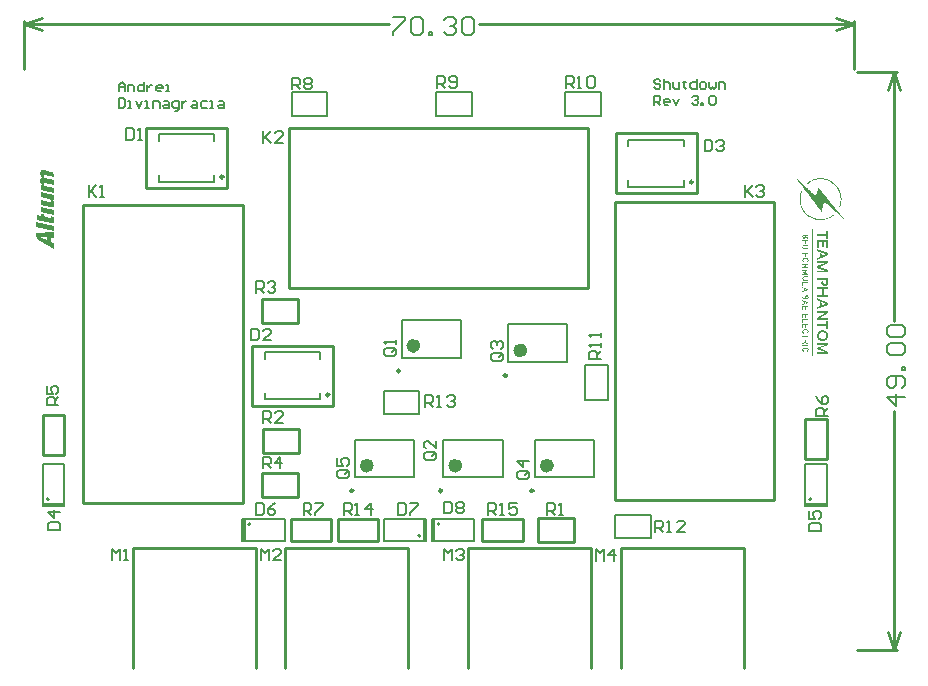
<source format=gto>
G04*
G04 #@! TF.GenerationSoftware,Altium Limited,Altium Designer,18.1.9 (240)*
G04*
G04 Layer_Color=65535*
%FSLAX25Y25*%
%MOIN*%
G70*
G01*
G75*
%ADD10C,0.02362*%
%ADD11C,0.00984*%
%ADD12C,0.00787*%
%ADD13C,0.01000*%
%ADD14C,0.00709*%
%ADD15C,0.00600*%
%ADD16R,0.07087X0.01181*%
%ADD17R,0.01181X0.07087*%
G36*
X363068Y238137D02*
X363207Y238129D01*
X363353Y238120D01*
X363517Y238111D01*
X363698Y238085D01*
X363880Y238068D01*
X364078Y238034D01*
X364484Y237956D01*
X364898Y237852D01*
X364907D01*
X364950Y237835D01*
X365010Y237818D01*
X365088Y237792D01*
X365183Y237757D01*
X365295Y237714D01*
X365424Y237663D01*
X365571Y237602D01*
X365726Y237533D01*
X365890Y237455D01*
X366236Y237283D01*
X366607Y237076D01*
X366969Y236834D01*
X366978Y236825D01*
X367012Y236800D01*
X367064Y236765D01*
X367133Y236705D01*
X367211Y236644D01*
X367314Y236558D01*
X367418Y236472D01*
X367539Y236359D01*
X367668Y236247D01*
X367798Y236126D01*
X367936Y235988D01*
X368074Y235842D01*
X368350Y235531D01*
X368618Y235194D01*
X368626Y235186D01*
X368643Y235151D01*
X368678Y235099D01*
X368721Y235030D01*
X368781Y234935D01*
X368842Y234832D01*
X368911Y234711D01*
X368989Y234582D01*
X369066Y234435D01*
X369144Y234280D01*
X369222Y234107D01*
X369308Y233934D01*
X369463Y233555D01*
X369593Y233158D01*
Y233149D01*
X369610Y233106D01*
X369627Y233046D01*
X369644Y232968D01*
X369670Y232873D01*
X369696Y232752D01*
X369722Y232614D01*
X369748Y232467D01*
X369782Y232303D01*
X369808Y232131D01*
X369834Y231941D01*
X369852Y231751D01*
X369878Y231337D01*
Y230854D01*
X369869Y230793D01*
Y230707D01*
X369860Y230603D01*
X369843Y230482D01*
X369826Y230344D01*
X369808Y230189D01*
X369782Y230025D01*
X369748Y229844D01*
X369713Y229654D01*
X369670Y229464D01*
X369558Y229058D01*
X369489Y228851D01*
X369411Y228644D01*
X369118Y228748D01*
X369127Y228756D01*
X369135Y228800D01*
X369153Y228851D01*
X369187Y228929D01*
X369213Y229024D01*
X369248Y229145D01*
X369291Y229274D01*
X369334Y229421D01*
X369368Y229576D01*
X369411Y229749D01*
X369446Y229921D01*
X369480Y230111D01*
X369541Y230508D01*
X369558Y230715D01*
X369567Y230923D01*
Y231207D01*
X369558Y231328D01*
Y231458D01*
X369549Y231604D01*
X369532Y231760D01*
X369515Y231932D01*
X369489Y232105D01*
X369463Y232295D01*
X369394Y232674D01*
X369291Y233063D01*
Y233071D01*
X369273Y233106D01*
X369256Y233166D01*
X369230Y233235D01*
X369196Y233330D01*
X369161Y233434D01*
X369109Y233563D01*
X369058Y233693D01*
X368997Y233840D01*
X368928Y233995D01*
X368764Y234323D01*
X368574Y234659D01*
X368350Y235004D01*
X368341Y235013D01*
X368324Y235048D01*
X368290Y235091D01*
X368238Y235160D01*
X368177Y235238D01*
X368100Y235324D01*
X368013Y235427D01*
X367918Y235540D01*
X367815Y235660D01*
X367694Y235790D01*
X367565Y235919D01*
X367427Y236049D01*
X367280Y236187D01*
X367125Y236316D01*
X366788Y236575D01*
X366779Y236584D01*
X366745Y236601D01*
X366693Y236636D01*
X366624Y236687D01*
X366538Y236739D01*
X366443Y236800D01*
X366322Y236869D01*
X366193Y236946D01*
X366054Y237024D01*
X365899Y237110D01*
X365735Y237188D01*
X365563Y237274D01*
X365191Y237421D01*
X364803Y237559D01*
X364794D01*
X364760Y237576D01*
X364700Y237585D01*
X364622Y237611D01*
X364527Y237628D01*
X364415Y237654D01*
X364285Y237680D01*
X364139Y237706D01*
X363983Y237740D01*
X363811Y237766D01*
X363638Y237783D01*
X363457Y237809D01*
X363068Y237835D01*
X362663D01*
X362654D01*
X362611D01*
X362559Y237826D01*
X362482Y237818D01*
X362387Y237809D01*
X362266Y237801D01*
X362136Y237783D01*
X361998Y237766D01*
X361843Y237740D01*
X361670Y237714D01*
X361498Y237680D01*
X361316Y237637D01*
X360937Y237533D01*
X360540Y237404D01*
X360531Y237395D01*
X360497Y237386D01*
X360436Y237361D01*
X360367Y237335D01*
X360272Y237292D01*
X360169Y237248D01*
X360048Y237188D01*
X359918Y237119D01*
X359772Y237050D01*
X359625Y236964D01*
X359306Y236774D01*
X358969Y236558D01*
X358641Y236299D01*
X358425Y236541D01*
X358434Y236549D01*
X358469Y236575D01*
X358520Y236610D01*
X358589Y236662D01*
X358676Y236731D01*
X358779Y236800D01*
X358892Y236886D01*
X359021Y236972D01*
X359168Y237058D01*
X359323Y237153D01*
X359487Y237257D01*
X359660Y237352D01*
X360039Y237533D01*
X360436Y237697D01*
X360445Y237706D01*
X360488Y237714D01*
X360540Y237732D01*
X360626Y237766D01*
X360721Y237792D01*
X360833Y237826D01*
X360971Y237870D01*
X361118Y237904D01*
X361282Y237947D01*
X361446Y237990D01*
X361636Y238025D01*
X361826Y238059D01*
X362223Y238120D01*
X362438Y238137D01*
X362646Y238146D01*
X362663D01*
X362697D01*
X362758D01*
X362844D01*
X362948D01*
X363068Y238137D01*
D02*
G37*
G36*
X355068Y238034D02*
X355094Y238016D01*
X355120Y237982D01*
Y237973D01*
X355129Y237965D01*
X355163Y237922D01*
X355206Y237861D01*
X355250Y237809D01*
X355258Y237801D01*
X355276Y237783D01*
X355310Y237749D01*
X355362Y237706D01*
X355414Y237654D01*
X355483Y237594D01*
X355560Y237516D01*
X355647Y237438D01*
X355837Y237257D01*
X356052Y237058D01*
X356277Y236843D01*
X356518Y236618D01*
X356527Y236610D01*
X356544Y236592D01*
X356579Y236558D01*
X356630Y236515D01*
X356682Y236463D01*
X356751Y236403D01*
X356829Y236333D01*
X356915Y236256D01*
X357105Y236083D01*
X357312Y235885D01*
X357545Y235669D01*
X357778Y235453D01*
X357787Y235445D01*
X357804Y235427D01*
X357839Y235393D01*
X357890Y235350D01*
X357942Y235298D01*
X358011Y235238D01*
X358089Y235169D01*
X358175Y235082D01*
X358365Y234910D01*
X358572Y234702D01*
X358805Y234495D01*
X359038Y234271D01*
X359047Y234262D01*
X359064Y234245D01*
X359099Y234211D01*
X359150Y234167D01*
X359202Y234116D01*
X359271Y234055D01*
X359349Y233986D01*
X359435Y233900D01*
X359625Y233727D01*
X359832Y233529D01*
X360065Y233313D01*
X360298Y233097D01*
X360307Y233089D01*
X360341Y233054D01*
X360384Y233011D01*
X360454Y232959D01*
X360523Y232890D01*
X360600Y232812D01*
X360782Y232640D01*
X360790Y232631D01*
X360825Y232597D01*
X360876Y232554D01*
X360937Y232493D01*
X361015Y232424D01*
X361109Y232355D01*
X361213Y232269D01*
X361316Y232191D01*
Y232200D01*
X361325Y232226D01*
X361342Y232260D01*
X361360Y232312D01*
X361377Y232372D01*
X361403Y232450D01*
X361437Y232536D01*
X361463Y232631D01*
X361541Y232847D01*
X361619Y233080D01*
X361696Y233330D01*
X361783Y233589D01*
Y233598D01*
X361791Y233624D01*
X361808Y233658D01*
X361826Y233710D01*
X361843Y233770D01*
X361869Y233840D01*
X361895Y233926D01*
X361929Y234021D01*
X362007Y234228D01*
X362085Y234470D01*
X362171Y234728D01*
X362266Y234996D01*
X362274Y234979D01*
X362318Y234935D01*
X362369Y234866D01*
X362447Y234771D01*
X362542Y234651D01*
X362654Y234513D01*
X362784Y234357D01*
X362930Y234176D01*
X363086Y233986D01*
X363250Y233788D01*
X363422Y233572D01*
X363603Y233348D01*
X363983Y232881D01*
X364371Y232398D01*
X364380Y232381D01*
X364415Y232338D01*
X364475Y232269D01*
X364553Y232174D01*
X364648Y232062D01*
X364760Y231924D01*
X364881Y231760D01*
X365027Y231587D01*
X365183Y231397D01*
X365347Y231199D01*
X365519Y230983D01*
X365701Y230767D01*
X366080Y230301D01*
X366469Y229818D01*
X366477Y229801D01*
X366520Y229757D01*
X366572Y229688D01*
X366650Y229593D01*
X366745Y229481D01*
X366857Y229343D01*
X366986Y229188D01*
X367125Y229015D01*
X367280Y228825D01*
X367444Y228627D01*
X367616Y228420D01*
X367798Y228195D01*
X368177Y227738D01*
X368566Y227263D01*
X368574Y227246D01*
X368609Y227203D01*
X368669Y227134D01*
X368747Y227039D01*
X368842Y226927D01*
X368954Y226789D01*
X369075Y226633D01*
X369222Y226461D01*
X369377Y226271D01*
X369541Y226073D01*
X369713Y225865D01*
X369895Y225641D01*
X370274Y225175D01*
X370663Y224692D01*
X370654D01*
X370646D01*
X370602Y224683D01*
X370594Y224674D01*
X370568Y224666D01*
X370559Y224674D01*
X370533Y224700D01*
X370490Y224735D01*
X370430Y224787D01*
X370361Y224847D01*
X370274Y224925D01*
X370171Y225011D01*
X370067Y225106D01*
X369947Y225209D01*
X369826Y225322D01*
X369549Y225563D01*
X369256Y225822D01*
X368954Y226090D01*
X368945Y226098D01*
X368919Y226124D01*
X368876Y226159D01*
X368816Y226210D01*
X368747Y226280D01*
X368661Y226357D01*
X368557Y226444D01*
X368454Y226538D01*
X368333Y226651D01*
X368212Y226763D01*
X367936Y227005D01*
X367642Y227263D01*
X367340Y227531D01*
X367332Y227540D01*
X367306Y227566D01*
X367263Y227600D01*
X367202Y227652D01*
X367133Y227721D01*
X367047Y227799D01*
X366943Y227885D01*
X366840Y227980D01*
X366719Y228083D01*
X366598Y228195D01*
X366322Y228446D01*
X366028Y228705D01*
X365726Y228981D01*
X365718Y228989D01*
X365692Y229015D01*
X365649Y229050D01*
X365588Y229102D01*
X365511Y229171D01*
X365424Y229248D01*
X365330Y229335D01*
X365217Y229438D01*
X365096Y229542D01*
X364967Y229654D01*
X364691Y229904D01*
X364397Y230163D01*
X364095Y230439D01*
Y230431D01*
X364087Y230405D01*
X364070Y230353D01*
X364052Y230293D01*
X364035Y230215D01*
X364009Y230120D01*
X363983Y230016D01*
X363949Y229904D01*
X363914Y229783D01*
X363880Y229645D01*
X363802Y229361D01*
X363724Y229058D01*
X363638Y228739D01*
Y228731D01*
X363629Y228705D01*
X363621Y228653D01*
X363603Y228592D01*
X363578Y228515D01*
X363560Y228429D01*
X363534Y228325D01*
X363500Y228204D01*
X363465Y228083D01*
X363431Y227945D01*
X363362Y227652D01*
X363276Y227341D01*
X363189Y227013D01*
Y227022D01*
X363172Y227030D01*
X363129Y227082D01*
X363077Y227160D01*
X363017Y227238D01*
X362999Y227255D01*
X362965Y227298D01*
X362922Y227358D01*
X362861Y227427D01*
X362853Y227445D01*
X362818Y227488D01*
X362766Y227557D01*
X362697Y227652D01*
X362611Y227764D01*
X362508Y227902D01*
X362387Y228057D01*
X362257Y228239D01*
X362119Y228420D01*
X361964Y228627D01*
X361808Y228843D01*
X361636Y229058D01*
X361291Y229524D01*
X360928Y230008D01*
X360919Y230025D01*
X360885Y230068D01*
X360833Y230137D01*
X360764Y230223D01*
X360678Y230344D01*
X360574Y230482D01*
X360454Y230638D01*
X360324Y230810D01*
X360177Y230992D01*
X360031Y231199D01*
X359867Y231406D01*
X359703Y231630D01*
X359349Y232096D01*
X358986Y232579D01*
X358978Y232597D01*
X358943Y232640D01*
X358892Y232709D01*
X358822Y232804D01*
X358736Y232916D01*
X358633Y233054D01*
X358512Y233209D01*
X358382Y233382D01*
X358244Y233572D01*
X358089Y233770D01*
X357934Y233986D01*
X357761Y234211D01*
X357416Y234668D01*
X357053Y235143D01*
X357045Y235160D01*
X357010Y235203D01*
X356958Y235272D01*
X356889Y235367D01*
X356803Y235479D01*
X356699Y235617D01*
X356579Y235781D01*
X356449Y235954D01*
X356311Y236144D01*
X356156Y236342D01*
X356000Y236558D01*
X355837Y236782D01*
X355483Y237248D01*
X355129Y237732D01*
X355120Y237749D01*
X355086Y237783D01*
X355034Y237844D01*
X354974Y237913D01*
X354956Y237930D01*
X354939Y237965D01*
X354930Y237982D01*
Y238008D01*
X354939Y238025D01*
X354956Y238034D01*
X354965D01*
X354974Y238042D01*
X355017D01*
X355043D01*
X355068Y238034D01*
D02*
G37*
G36*
X356743Y233745D02*
X356734Y233736D01*
X356725Y233693D01*
X356699Y233632D01*
X356674Y233555D01*
X356639Y233460D01*
X356596Y233339D01*
X356553Y233209D01*
X356510Y233063D01*
X356458Y232899D01*
X356415Y232726D01*
X356371Y232545D01*
X356328Y232355D01*
X356268Y231949D01*
X356242Y231742D01*
X356225Y231535D01*
Y231423D01*
X356216Y231345D01*
Y231242D01*
X356225Y231121D01*
Y230992D01*
X356233Y230845D01*
X356242Y230681D01*
X356259Y230508D01*
X356277Y230327D01*
X356294Y230137D01*
X356363Y229749D01*
X356458Y229352D01*
Y229343D01*
X356475Y229300D01*
X356492Y229248D01*
X356518Y229171D01*
X356544Y229076D01*
X356587Y228963D01*
X356639Y228843D01*
X356691Y228705D01*
X356751Y228558D01*
X356820Y228403D01*
X356984Y228066D01*
X357183Y227721D01*
X357407Y227367D01*
X357416Y227358D01*
X357433Y227324D01*
X357468Y227272D01*
X357519Y227212D01*
X357580Y227125D01*
X357657Y227030D01*
X357744Y226927D01*
X357839Y226815D01*
X357951Y226685D01*
X358072Y226556D01*
X358201Y226426D01*
X358339Y226288D01*
X358494Y226150D01*
X358650Y226012D01*
X358995Y225753D01*
X359004Y225745D01*
X359038Y225719D01*
X359090Y225684D01*
X359159Y225641D01*
X359245Y225581D01*
X359349Y225520D01*
X359470Y225443D01*
X359608Y225365D01*
X359754Y225287D01*
X359910Y225201D01*
X360074Y225123D01*
X360255Y225037D01*
X360635Y224882D01*
X360833Y224813D01*
X361032Y224752D01*
X361040D01*
X361084Y224735D01*
X361144Y224726D01*
X361222Y224700D01*
X361316Y224683D01*
X361437Y224657D01*
X361567Y224623D01*
X361714Y224597D01*
X361877Y224571D01*
X362050Y224545D01*
X362231Y224519D01*
X362413Y224502D01*
X362809Y224484D01*
X363008Y224476D01*
X363215Y224484D01*
X363224D01*
X363267D01*
X363327Y224493D01*
X363405Y224502D01*
X363500Y224510D01*
X363621Y224519D01*
X363750Y224536D01*
X363897Y224562D01*
X364052Y224588D01*
X364225Y224623D01*
X364406Y224657D01*
X364587Y224700D01*
X364976Y224813D01*
X365373Y224951D01*
X365381Y224959D01*
X365416Y224968D01*
X365476Y224994D01*
X365554Y225028D01*
X365640Y225071D01*
X365752Y225123D01*
X365873Y225184D01*
X366003Y225253D01*
X366149Y225339D01*
X366296Y225425D01*
X366460Y225520D01*
X366624Y225632D01*
X366788Y225745D01*
X366952Y225874D01*
X367125Y226003D01*
X367288Y226150D01*
X367504Y225908D01*
X367496Y225900D01*
X367461Y225874D01*
X367418Y225831D01*
X367349Y225779D01*
X367271Y225719D01*
X367168Y225641D01*
X367056Y225555D01*
X366935Y225468D01*
X366797Y225373D01*
X366641Y225270D01*
X366477Y225175D01*
X366305Y225071D01*
X366123Y224968D01*
X365934Y224873D01*
X365537Y224692D01*
X365528Y224683D01*
X365485Y224674D01*
X365433Y224648D01*
X365347Y224623D01*
X365252Y224588D01*
X365131Y224545D01*
X364993Y224502D01*
X364846Y224459D01*
X364682Y224415D01*
X364501Y224372D01*
X364320Y224329D01*
X364121Y224286D01*
X363707Y224226D01*
X363491Y224200D01*
X363267Y224183D01*
X363250D01*
X363215D01*
X363155D01*
X363068Y224174D01*
X362956Y224183D01*
X362835D01*
X362689D01*
X362533Y224191D01*
X362361Y224208D01*
X362179Y224226D01*
X361981Y224252D01*
X361783Y224277D01*
X361360Y224355D01*
X361144Y224407D01*
X360928Y224467D01*
X360911D01*
X360876Y224484D01*
X360816Y224502D01*
X360730Y224528D01*
X360635Y224562D01*
X360514Y224614D01*
X360376Y224666D01*
X360229Y224717D01*
X360074Y224787D01*
X359901Y224864D01*
X359547Y225045D01*
X359176Y225253D01*
X358805Y225494D01*
X358797Y225503D01*
X358762Y225529D01*
X358710Y225563D01*
X358641Y225615D01*
X358563Y225684D01*
X358460Y225762D01*
X358356Y225857D01*
X358236Y225960D01*
X358106Y226081D01*
X357977Y226202D01*
X357839Y226340D01*
X357701Y226495D01*
X357554Y226651D01*
X357416Y226815D01*
X357148Y227168D01*
X357140Y227177D01*
X357122Y227212D01*
X357088Y227263D01*
X357036Y227341D01*
X356984Y227427D01*
X356915Y227540D01*
X356846Y227660D01*
X356768Y227807D01*
X356691Y227954D01*
X356605Y228118D01*
X356527Y228299D01*
X356449Y228480D01*
X356371Y228679D01*
X356294Y228877D01*
X356225Y229084D01*
X356164Y229300D01*
Y229309D01*
X356156Y229317D01*
Y229343D01*
X356147Y229378D01*
X356121Y229473D01*
X356095Y229593D01*
X356069Y229732D01*
X356035Y229887D01*
X356000Y230060D01*
X355975Y230232D01*
Y230249D01*
X355966Y230275D01*
Y230310D01*
X355957Y230405D01*
X355940Y230517D01*
X355931Y230664D01*
X355914Y230819D01*
X355906Y230992D01*
Y231285D01*
X355914Y231345D01*
Y231501D01*
X355923Y231596D01*
X355940Y231803D01*
X355966Y232036D01*
X356000Y232286D01*
X356044Y232545D01*
Y232554D01*
X356052Y232579D01*
X356061Y232614D01*
X356069Y232657D01*
X356087Y232726D01*
X356104Y232795D01*
X356121Y232873D01*
X356147Y232968D01*
X356208Y233166D01*
X356277Y233391D01*
X356363Y233632D01*
X356458Y233874D01*
X356743Y233745D01*
D02*
G37*
G36*
X357347Y219237D02*
X357338Y219229D01*
X357330Y219220D01*
X357312Y219194D01*
X357286Y219160D01*
X357235Y219082D01*
X357191Y218979D01*
Y218970D01*
X357183Y218953D01*
X357174Y218927D01*
Y218884D01*
X357157Y218789D01*
X357148Y218668D01*
Y218599D01*
X357157Y218556D01*
X357174Y218461D01*
X357191Y218418D01*
X357217Y218374D01*
Y218366D01*
X357235Y218357D01*
X357269Y218323D01*
X357338Y218288D01*
X357373Y218271D01*
X357424D01*
X357433D01*
X357442D01*
X357485Y218280D01*
X357545Y218297D01*
X357597Y218340D01*
X357606Y218349D01*
X357640Y218392D01*
X357666Y218452D01*
X357701Y218530D01*
Y218607D01*
X357709Y218659D01*
Y218668D01*
X357718Y218702D01*
Y218754D01*
X357726Y218806D01*
Y218823D01*
X357744Y218875D01*
X357761Y218953D01*
X357796Y219030D01*
X357804Y219048D01*
X357839Y219091D01*
X357882Y219143D01*
X357934Y219203D01*
X357951Y219212D01*
X357985Y219237D01*
X358037Y219272D01*
X358098Y219306D01*
X358106D01*
X358115Y219315D01*
X358158Y219324D01*
X358218Y219332D01*
X358296Y219341D01*
X358305D01*
X358322D01*
X358348D01*
X358382Y219332D01*
X358460Y219324D01*
X358538Y219298D01*
X358546D01*
X358555Y219289D01*
X358607Y219263D01*
X358667Y219220D01*
X358728Y219160D01*
X358745Y219143D01*
X358771Y219108D01*
X358805Y219039D01*
X358840Y218961D01*
Y218953D01*
X358848Y218935D01*
X358857Y218910D01*
X358866Y218875D01*
X358874Y218789D01*
X358883Y218685D01*
Y218607D01*
X358874Y218564D01*
X358866Y218443D01*
X358831Y218323D01*
Y218314D01*
X358822Y218297D01*
X358814Y218262D01*
X358797Y218219D01*
X358745Y218124D01*
X358684Y218021D01*
X358425Y218193D01*
Y218202D01*
X358443Y218211D01*
X358469Y218262D01*
X358503Y218331D01*
X358538Y218426D01*
Y218435D01*
X358546Y218452D01*
Y218478D01*
X358555Y218504D01*
X358572Y218590D01*
X358589Y218694D01*
Y218737D01*
X358581Y218780D01*
X358563Y218823D01*
Y218832D01*
X358555Y218858D01*
X358512Y218927D01*
X358503Y218935D01*
X358494Y218953D01*
X358469Y218979D01*
X358425Y219005D01*
X358417Y219013D01*
X358391Y219022D01*
X358348Y219030D01*
X358296Y219039D01*
X358287D01*
X358270D01*
X358244Y219030D01*
X358210Y219013D01*
X358201Y219005D01*
X358184Y218996D01*
X358132Y218961D01*
X358123Y218953D01*
X358115Y218935D01*
X358089Y218910D01*
X358072Y218875D01*
Y218866D01*
X358063Y218841D01*
X358054Y218797D01*
X358037Y218746D01*
Y218737D01*
X358029Y218711D01*
X358020Y218676D01*
X358011Y218642D01*
Y218487D01*
X358003Y218461D01*
X357994Y218426D01*
X357968Y218349D01*
X357934Y218271D01*
Y218262D01*
X357925Y218254D01*
X357899Y218211D01*
X357856Y218150D01*
X357804Y218098D01*
X357787Y218090D01*
X357752Y218055D01*
X357692Y218021D01*
X357623Y217995D01*
X357606Y217986D01*
X357562Y217977D01*
X357502Y217969D01*
X357424Y217960D01*
X357416D01*
X357373Y217969D01*
X357321Y217977D01*
X357260Y217995D01*
X357191Y218012D01*
X357114Y218055D01*
X357045Y218098D01*
X356984Y218159D01*
X356976Y218167D01*
X356958Y218193D01*
X356941Y218228D01*
X356915Y218288D01*
X356881Y218357D01*
X356863Y218443D01*
X356846Y218547D01*
X356838Y218668D01*
Y218754D01*
X356846Y218806D01*
X356855Y218875D01*
X356863Y218944D01*
X356907Y219091D01*
Y219099D01*
X356924Y219125D01*
X356932Y219160D01*
X356958Y219203D01*
X357027Y219324D01*
X357114Y219453D01*
X357347Y219237D01*
D02*
G37*
G36*
X365373Y217822D02*
X364803D01*
Y218849D01*
X361808D01*
Y219514D01*
X364803D01*
Y220541D01*
X365373D01*
Y217822D01*
D02*
G37*
G36*
X358866Y216208D02*
X358589D01*
Y217192D01*
X357994D01*
Y216347D01*
X357718D01*
Y217192D01*
X356855D01*
Y217494D01*
X358866D01*
Y216208D01*
D02*
G37*
G36*
X365373Y215009D02*
X364803D01*
Y216795D01*
X363897D01*
Y215087D01*
X363310D01*
Y216804D01*
X362369D01*
Y214974D01*
X361808D01*
Y217451D01*
X365373D01*
Y215009D01*
D02*
G37*
G36*
X358866Y215561D02*
X357580D01*
X357571D01*
X357562D01*
X357511D01*
X357450Y215552D01*
X357390Y215535D01*
X357381Y215527D01*
X357347Y215509D01*
X357295Y215483D01*
X357252Y215440D01*
X357243Y215432D01*
X357217Y215397D01*
X357191Y215363D01*
X357166Y215311D01*
Y215302D01*
X357157Y215268D01*
X357148Y215216D01*
Y215087D01*
X357157Y215035D01*
X357166Y214983D01*
X357174Y214974D01*
X357183Y214940D01*
X357217Y214897D01*
X357252Y214854D01*
X357260Y214845D01*
X357295Y214819D01*
X357338Y214793D01*
X357390Y214767D01*
X357407Y214758D01*
X357442Y214750D01*
X357502Y214741D01*
X357580Y214733D01*
X358866D01*
Y214422D01*
X357528D01*
X357519D01*
X357502D01*
X357476D01*
X357442Y214431D01*
X357347Y214448D01*
X357252Y214482D01*
X357243D01*
X357235Y214491D01*
X357183Y214517D01*
X357105Y214569D01*
X357027Y214638D01*
X357010Y214655D01*
X356976Y214698D01*
X356924Y214776D01*
X356881Y214862D01*
Y214871D01*
X356872Y214888D01*
X356863Y214914D01*
Y214948D01*
X356846Y215035D01*
X356838Y215147D01*
Y215199D01*
X356846Y215242D01*
X356855Y215328D01*
X356881Y215423D01*
Y215432D01*
X356889Y215440D01*
X356915Y215501D01*
X356967Y215570D01*
X357027Y215656D01*
X357036D01*
X357045Y215673D01*
X357097Y215717D01*
X357166Y215768D01*
X357252Y215820D01*
X357260D01*
X357278Y215829D01*
X357304Y215837D01*
X357338Y215846D01*
X357424Y215863D01*
X357528Y215872D01*
X358866D01*
Y215561D01*
D02*
G37*
G36*
X365373Y213145D02*
Y212437D01*
X361808Y210892D01*
Y211609D01*
X362775Y212014D01*
Y213196D01*
X363345Y212981D01*
Y212256D01*
X364691Y212808D01*
X361808Y213990D01*
Y214672D01*
X365373Y213145D01*
D02*
G37*
G36*
X358866Y211781D02*
X358589D01*
Y212765D01*
X357994D01*
Y211919D01*
X357718D01*
Y212765D01*
X356855D01*
Y213067D01*
X358866D01*
Y211781D01*
D02*
G37*
G36*
X358149Y211462D02*
X358158D01*
X358167D01*
X358218Y211453D01*
X358279D01*
X358330D01*
X358339D01*
X358365Y211445D01*
X358434Y211427D01*
X358443D01*
X358469Y211419D01*
X358529Y211384D01*
X358538Y211376D01*
X358572Y211358D01*
X358607Y211332D01*
X358659Y211289D01*
X358667Y211281D01*
X358702Y211246D01*
X358736Y211203D01*
X358779Y211151D01*
X358788Y211134D01*
X358814Y211099D01*
X358840Y211048D01*
X358857Y210979D01*
Y210970D01*
X358866Y210961D01*
X358874Y210910D01*
X358883Y210841D01*
Y210677D01*
X358874Y210608D01*
X358857Y210530D01*
Y210513D01*
X358840Y210469D01*
X358814Y210409D01*
X358779Y210349D01*
X358771Y210331D01*
X358745Y210306D01*
X358710Y210254D01*
X358659Y210210D01*
X358650Y210202D01*
X358615Y210176D01*
X358572Y210141D01*
X358529Y210116D01*
X358520Y210107D01*
X358503Y210098D01*
X358469Y210090D01*
X358434Y210072D01*
X358425D01*
X358408Y210064D01*
X358374Y210055D01*
X358330Y210047D01*
X358322D01*
X358287D01*
X358227D01*
X358149Y210038D01*
X358141D01*
X358132D01*
X358106D01*
X358072Y210029D01*
X357985D01*
X357873D01*
X357864D01*
X357839D01*
X357804D01*
X357761D01*
X357666D01*
X357562Y210038D01*
X357554D01*
X357545D01*
X357502D01*
X357442Y210047D01*
X357390D01*
X357381D01*
X357355Y210055D01*
X357321Y210064D01*
X357278Y210072D01*
X357269D01*
X357252Y210081D01*
X357191Y210116D01*
X357183Y210124D01*
X357157Y210141D01*
X357114Y210167D01*
X357071Y210210D01*
X357062Y210219D01*
X357036Y210254D01*
X356993Y210297D01*
X356950Y210349D01*
X356941Y210366D01*
X356924Y210400D01*
X356889Y210461D01*
X356863Y210530D01*
Y210547D01*
X356855Y210590D01*
X356846Y210668D01*
X356838Y210754D01*
Y210823D01*
X356846Y210901D01*
X356863Y210979D01*
X356872Y210996D01*
X356889Y211039D01*
X356915Y211091D01*
X356950Y211151D01*
X356958Y211160D01*
X356984Y211194D01*
X357027Y211246D01*
X357071Y211289D01*
X357079Y211298D01*
X357105Y211324D01*
X357148Y211358D01*
X357191Y211384D01*
X357200D01*
X357209Y211393D01*
X357243Y211402D01*
X357252D01*
X357260Y211410D01*
X357286Y211427D01*
X357295D01*
X357330Y211436D01*
X357338D01*
X357347Y211445D01*
X357390Y211453D01*
X357399D01*
X357433D01*
X357485D01*
X357562Y211462D01*
X357571D01*
X357588D01*
X357614D01*
X357649D01*
X357692Y211471D01*
X357744D01*
X357873D01*
X357882D01*
X357899D01*
X357934D01*
X357968D01*
X358063D01*
X358149Y211462D01*
D02*
G37*
G36*
X358866Y208666D02*
X358848Y208597D01*
X358831Y208519D01*
Y208510D01*
X358822Y208502D01*
X358814Y208459D01*
X358788Y208390D01*
X358745Y208321D01*
Y208312D01*
X358728Y208303D01*
X358693Y208269D01*
X358633Y208226D01*
X358555Y208183D01*
X358546D01*
X358538Y208174D01*
X358486Y208157D01*
X358408Y208139D01*
X358313Y208122D01*
X358305D01*
X358279D01*
X358236Y208131D01*
X358192D01*
X358072Y208165D01*
X358011Y208191D01*
X357960Y208226D01*
X357951D01*
X357934Y208243D01*
X357908Y208269D01*
X357882Y208295D01*
X357847Y208338D01*
X357813Y208390D01*
X357778Y208450D01*
X357744Y208519D01*
X356855Y208044D01*
Y208416D01*
X357718Y208830D01*
Y209227D01*
X356855D01*
Y209537D01*
X358866D01*
Y208666D01*
D02*
G37*
G36*
X365373Y209770D02*
X362663Y208571D01*
X365373Y207371D01*
Y206707D01*
X361808D01*
Y207319D01*
X364277D01*
X361808Y208295D01*
Y208856D01*
X364277Y209839D01*
X361808D01*
Y210461D01*
X365373D01*
Y209770D01*
D02*
G37*
G36*
X358866Y207371D02*
X357562Y206784D01*
X358866Y206215D01*
Y205921D01*
X356855D01*
Y206232D01*
X358115D01*
Y206249D01*
X357148Y206664D01*
Y206923D01*
X358115Y207337D01*
Y207354D01*
X356855D01*
Y207656D01*
X358866D01*
Y207371D01*
D02*
G37*
G36*
Y205093D02*
X357580D01*
X357571D01*
X357562D01*
X357511D01*
X357450Y205084D01*
X357390Y205067D01*
X357381Y205058D01*
X357347Y205041D01*
X357295Y205015D01*
X357252Y204972D01*
X357243Y204963D01*
X357217Y204929D01*
X357191Y204894D01*
X357166Y204843D01*
Y204834D01*
X357157Y204800D01*
X357148Y204748D01*
Y204618D01*
X357157Y204567D01*
X357166Y204506D01*
X357174Y204489D01*
X357183Y204463D01*
X357217Y204420D01*
X357252Y204385D01*
X357260Y204377D01*
X357295Y204351D01*
X357338Y204325D01*
X357390Y204299D01*
X357407Y204290D01*
X357442Y204282D01*
X357502Y204273D01*
X357580Y204264D01*
X358866D01*
Y203954D01*
X357528D01*
X357519D01*
X357502D01*
X357476D01*
X357442Y203962D01*
X357347Y203980D01*
X357252Y204014D01*
X357243D01*
X357235Y204023D01*
X357183Y204049D01*
X357105Y204100D01*
X357027Y204170D01*
X357010Y204187D01*
X356976Y204230D01*
X356924Y204308D01*
X356881Y204394D01*
Y204402D01*
X356872Y204420D01*
X356863Y204446D01*
Y204480D01*
X356846Y204567D01*
X356838Y204679D01*
Y204731D01*
X356846Y204774D01*
X356855Y204860D01*
X356881Y204955D01*
Y204963D01*
X356889Y204972D01*
X356915Y205032D01*
X356967Y205102D01*
X357027Y205188D01*
X357036D01*
X357045Y205205D01*
X357097Y205248D01*
X357166Y205300D01*
X357252Y205352D01*
X357260D01*
X357278Y205361D01*
X357304Y205369D01*
X357338Y205378D01*
X357424Y205395D01*
X357528Y205404D01*
X358866D01*
Y205093D01*
D02*
G37*
G36*
X365373Y203143D02*
X365355Y203048D01*
X365338Y202927D01*
X365312Y202797D01*
X365260Y202659D01*
X365200Y202530D01*
X365114Y202418D01*
X365105Y202409D01*
X365071Y202375D01*
X365010Y202331D01*
X364924Y202279D01*
X364820Y202228D01*
X364691Y202185D01*
X364535Y202150D01*
X364354Y202141D01*
X364346D01*
X364328D01*
X364302D01*
X364268Y202150D01*
X364164Y202159D01*
X364044Y202185D01*
X363906Y202236D01*
X363759Y202305D01*
X363621Y202392D01*
X363552Y202452D01*
X363483Y202521D01*
X363465Y202538D01*
X363448Y202564D01*
X363431Y202590D01*
X363405Y202633D01*
X363370Y202677D01*
X363336Y202737D01*
X363301Y202797D01*
X363267Y202875D01*
X363232Y202961D01*
X363189Y203056D01*
X363155Y203151D01*
X363120Y203263D01*
X363086Y203384D01*
X363060Y203514D01*
X363034Y203652D01*
X363629Y203738D01*
Y203721D01*
X363647Y203669D01*
X363664Y203583D01*
X363690Y203488D01*
X363724Y203384D01*
X363767Y203272D01*
X363819Y203160D01*
X363880Y203065D01*
X363888Y203056D01*
X363914Y203030D01*
X363949Y202987D01*
X364009Y202944D01*
X364070Y202909D01*
X364147Y202866D01*
X364242Y202840D01*
X364337Y202832D01*
X364346D01*
X364371D01*
X364415Y202840D01*
X364467Y202849D01*
X364579Y202884D01*
X364630Y202909D01*
X364674Y202953D01*
X364682Y202961D01*
X364691Y202970D01*
X364708Y202996D01*
X364734Y203039D01*
X364751Y203082D01*
X364769Y203134D01*
X364777Y203203D01*
X364786Y203281D01*
Y204170D01*
X361808D01*
Y204834D01*
X365373D01*
Y203143D01*
D02*
G37*
G36*
X358866Y203125D02*
X357148D01*
Y202124D01*
X356855D01*
Y203419D01*
X358866D01*
Y203125D01*
D02*
G37*
G36*
Y201175D02*
Y200925D01*
X356855Y200191D01*
Y200510D01*
X357304Y200666D01*
Y201434D01*
X356855Y201589D01*
Y201908D01*
X358866Y201175D01*
D02*
G37*
G36*
X365373Y201054D02*
X363897D01*
Y199285D01*
X365373D01*
Y198620D01*
X361808D01*
Y199285D01*
X363327D01*
Y201054D01*
X361808D01*
Y201710D01*
X365373D01*
Y201054D01*
D02*
G37*
G36*
X357347Y198974D02*
X357338Y198966D01*
X357330Y198957D01*
X357312Y198931D01*
X357286Y198897D01*
X357235Y198810D01*
X357191Y198715D01*
Y198707D01*
X357183Y198689D01*
X357174Y198664D01*
Y198620D01*
X357157Y198526D01*
X357148Y198405D01*
Y198336D01*
X357157Y198293D01*
X357174Y198198D01*
X357191Y198154D01*
X357217Y198111D01*
Y198103D01*
X357235Y198094D01*
X357269Y198059D01*
X357338Y198025D01*
X357373Y198008D01*
X357424D01*
X357433D01*
X357442D01*
X357485Y198016D01*
X357545Y198034D01*
X357597Y198068D01*
X357606Y198077D01*
X357640Y198111D01*
X357666Y198180D01*
X357701Y198267D01*
Y198344D01*
X357709Y198396D01*
Y198405D01*
X357718Y198439D01*
Y198482D01*
X357726Y198526D01*
Y198551D01*
X357735Y198577D01*
X357744Y198603D01*
X357761Y198689D01*
X357796Y198767D01*
X357804Y198784D01*
X357839Y198828D01*
X357882Y198879D01*
X357934Y198931D01*
X357951Y198940D01*
X357985Y198974D01*
X358037Y199009D01*
X358098Y199043D01*
X358106D01*
X358115D01*
X358158Y199052D01*
X358218Y199061D01*
X358296Y199069D01*
X358305D01*
X358322D01*
X358348D01*
X358382Y199061D01*
X358460Y199052D01*
X358538Y199035D01*
X358546D01*
X358555Y199026D01*
X358607Y199000D01*
X358667Y198957D01*
X358728Y198897D01*
Y198888D01*
X358745Y198879D01*
X358771Y198836D01*
X358805Y198767D01*
X358840Y198689D01*
Y198681D01*
X358848Y198672D01*
X358857Y198646D01*
X358866Y198612D01*
X358874Y198526D01*
X358883Y198405D01*
Y198336D01*
X358874Y198293D01*
X358866Y198180D01*
X358831Y198059D01*
Y198051D01*
X358822Y198034D01*
X358814Y197999D01*
X358797Y197956D01*
X358745Y197861D01*
X358684Y197757D01*
X358425Y197930D01*
Y197939D01*
X358443Y197947D01*
X358469Y197999D01*
X358503Y198077D01*
X358538Y198172D01*
Y198180D01*
X358546Y198198D01*
Y198215D01*
X358555Y198249D01*
X358572Y198336D01*
X358589Y198422D01*
Y198465D01*
X358581Y198517D01*
X358563Y198560D01*
Y198569D01*
X358555Y198594D01*
X358512Y198664D01*
X358503Y198672D01*
X358494Y198689D01*
X358469Y198715D01*
X358425Y198741D01*
X358417D01*
X358391Y198750D01*
X358348Y198758D01*
X358296D01*
X358287D01*
X358270D01*
X358210Y198750D01*
X358201D01*
X358184Y198733D01*
X358132Y198698D01*
X358123Y198689D01*
X358115Y198672D01*
X358089Y198646D01*
X358072Y198612D01*
Y198603D01*
X358063Y198577D01*
X358054Y198534D01*
X358037Y198482D01*
Y198474D01*
X358029Y198457D01*
X358020Y198422D01*
X358011Y198387D01*
Y198223D01*
X358003Y198198D01*
X357994Y198163D01*
X357968Y198085D01*
X357934Y198008D01*
Y197999D01*
X357925Y197990D01*
X357899Y197947D01*
X357856Y197887D01*
X357804Y197835D01*
X357787Y197827D01*
X357752Y197792D01*
X357692Y197757D01*
X357623Y197731D01*
X357606Y197723D01*
X357562Y197714D01*
X357502Y197706D01*
X357424Y197697D01*
X357416D01*
X357373D01*
X357321Y197706D01*
X357260Y197723D01*
X357191Y197740D01*
X357114Y197775D01*
X357045Y197818D01*
X356984Y197878D01*
X356976Y197887D01*
X356958Y197913D01*
X356941Y197947D01*
X356915Y198008D01*
X356881Y198085D01*
X356863Y198172D01*
X356846Y198284D01*
X356838Y198405D01*
Y198491D01*
X356846Y198543D01*
X356855Y198612D01*
X356863Y198681D01*
X356907Y198828D01*
Y198836D01*
X356924Y198862D01*
X356932Y198897D01*
X356958Y198940D01*
X357027Y199052D01*
X357114Y199173D01*
X357347Y198974D01*
D02*
G37*
G36*
X365373Y196670D02*
Y195962D01*
X361808Y194409D01*
Y195117D01*
X362775Y195531D01*
Y196713D01*
X363345Y196489D01*
Y195764D01*
X364691Y196334D01*
X361808Y197516D01*
Y198189D01*
X365373Y196670D01*
D02*
G37*
G36*
X358866Y196696D02*
Y196454D01*
X356855Y195712D01*
Y196040D01*
X357304Y196195D01*
Y196964D01*
X356855Y197119D01*
Y197438D01*
X358866Y196696D01*
D02*
G37*
G36*
Y194072D02*
X358589D01*
Y195056D01*
X358011D01*
Y194211D01*
X357726D01*
Y195056D01*
X357148D01*
Y194072D01*
X356855D01*
Y195358D01*
X358866D01*
Y194072D01*
D02*
G37*
G36*
Y191518D02*
X358589D01*
Y192502D01*
X358011D01*
Y191656D01*
X357726D01*
Y192502D01*
X357148D01*
Y191518D01*
X356855D01*
Y192812D01*
X358866D01*
Y191518D01*
D02*
G37*
G36*
X365373Y193322D02*
X362775Y191423D01*
X365373D01*
Y190784D01*
X361808D01*
Y191457D01*
X364449Y193330D01*
X361808D01*
Y193977D01*
X365373D01*
Y193322D01*
D02*
G37*
G36*
X358866Y190784D02*
X357148D01*
Y189801D01*
X356855D01*
Y191086D01*
X358866D01*
Y190784D01*
D02*
G37*
G36*
Y188075D02*
X358589D01*
Y189058D01*
X358011D01*
Y188213D01*
X357726D01*
Y189058D01*
X357148D01*
Y188075D01*
X356855D01*
Y189369D01*
X358866D01*
Y188075D01*
D02*
G37*
G36*
X365373Y187704D02*
X364803D01*
Y188722D01*
X361808D01*
Y189386D01*
X364803D01*
Y190413D01*
X365373D01*
Y187704D01*
D02*
G37*
G36*
X358330Y187695D02*
X358339D01*
X358365Y187686D01*
X358434Y187660D01*
X358443D01*
X358469Y187652D01*
X358529Y187634D01*
X358538Y187626D01*
X358572Y187600D01*
X358607Y187565D01*
X358659Y187522D01*
X358667Y187514D01*
X358702Y187479D01*
X358736Y187436D01*
X358779Y187384D01*
X358788Y187367D01*
X358814Y187332D01*
X358840Y187281D01*
X358857Y187212D01*
Y187203D01*
X358866Y187194D01*
X358874Y187143D01*
X358883Y187074D01*
Y186935D01*
X358874Y186901D01*
X358866Y186823D01*
X358840Y186728D01*
Y186720D01*
X358831Y186702D01*
X358814Y186651D01*
X358771Y186582D01*
X358710Y186504D01*
X358702Y186487D01*
X358659Y186452D01*
X358607Y186409D01*
X358529Y186366D01*
X358520D01*
X358512Y186357D01*
X358460Y186331D01*
X358382Y186305D01*
X358287Y186279D01*
Y186599D01*
X358296D01*
X358322Y186616D01*
X358356Y186633D01*
X358400Y186659D01*
X358408Y186668D01*
X358434Y186685D01*
X358469Y186702D01*
X358503Y186737D01*
X358512Y186746D01*
X358529Y186771D01*
X358546Y186806D01*
X358555Y186849D01*
Y186858D01*
X358563Y186892D01*
X358581Y186935D01*
X358589Y186987D01*
Y186996D01*
X358581Y187022D01*
X358572Y187056D01*
X358563Y187099D01*
Y187125D01*
X358546Y187168D01*
X358538Y187177D01*
X358529Y187194D01*
X358486Y187246D01*
Y187255D01*
X358477Y187263D01*
X358434Y187306D01*
X358425Y187315D01*
X358417Y187324D01*
X358391Y187341D01*
X358356Y187358D01*
X358348D01*
X358330Y187367D01*
X358270Y187384D01*
X358261D01*
X358236Y187393D01*
X358184Y187401D01*
X358115D01*
X358106D01*
X358098D01*
X358046D01*
X357968D01*
X357873D01*
X357864D01*
X357847D01*
X357821D01*
X357787D01*
X357701D01*
X357614D01*
X357597D01*
X357562D01*
X357502Y187393D01*
X357450Y187384D01*
X357442D01*
X357424Y187375D01*
X357390Y187367D01*
X357355Y187358D01*
X357347D01*
X357330Y187341D01*
X357286Y187306D01*
X357278Y187298D01*
X357269Y187289D01*
X357226Y187246D01*
Y187238D01*
X357217Y187220D01*
X357191Y187168D01*
Y187160D01*
X357174Y187151D01*
X357157Y187099D01*
Y187065D01*
X357148Y187030D01*
Y186961D01*
X357157Y186909D01*
X357174Y186840D01*
X357217Y186763D01*
Y186754D01*
X357235Y186746D01*
X357269Y186702D01*
X357338Y186651D01*
X357424Y186599D01*
Y186279D01*
X357416D01*
X357399Y186288D01*
X357373D01*
X357330Y186297D01*
X357243Y186331D01*
X357157Y186374D01*
X357148D01*
X357140Y186383D01*
X357097Y186418D01*
X357036Y186469D01*
X356976Y186538D01*
X356967Y186556D01*
X356941Y186599D01*
X356907Y186668D01*
X356872Y186746D01*
Y186754D01*
X356863Y186763D01*
X356855Y186815D01*
X356846Y186892D01*
X356838Y186987D01*
Y187056D01*
X356846Y187134D01*
X356863Y187212D01*
X356872Y187229D01*
X356889Y187272D01*
X356915Y187324D01*
X356950Y187384D01*
X356958Y187393D01*
X356984Y187427D01*
X357027Y187479D01*
X357071Y187522D01*
X357079Y187531D01*
X357105Y187557D01*
X357148Y187591D01*
X357191Y187634D01*
X357200D01*
X357209D01*
X357243Y187652D01*
X357252D01*
X357260D01*
X357286Y187660D01*
X357295Y187669D01*
X357330Y187686D01*
X357338D01*
X357347D01*
X357390Y187695D01*
X357399D01*
X357433D01*
X357485Y187704D01*
X357562D01*
X357571D01*
X357588D01*
X357614D01*
X357649D01*
X357692D01*
X357744D01*
X357873D01*
X357882D01*
X357899D01*
X357934D01*
X357968D01*
X358063D01*
X358149D01*
X358158D01*
X358167D01*
X358218D01*
X358279D01*
X358330Y187695D01*
D02*
G37*
G36*
X358866Y184709D02*
X358607D01*
Y185261D01*
X356855D01*
Y185572D01*
X358607D01*
Y186124D01*
X358866D01*
Y184709D01*
D02*
G37*
G36*
X363716Y187453D02*
X363793Y187445D01*
X363880Y187436D01*
X363975Y187427D01*
X364078Y187401D01*
X364302Y187350D01*
X364527Y187272D01*
X364639Y187220D01*
X364743Y187160D01*
X364846Y187091D01*
X364932Y187013D01*
X364941Y187004D01*
X364950Y186987D01*
X364976Y186961D01*
X365002Y186927D01*
X365045Y186884D01*
X365079Y186823D01*
X365122Y186754D01*
X365165Y186677D01*
X365209Y186582D01*
X365252Y186487D01*
X365295Y186374D01*
X365330Y186254D01*
X365355Y186124D01*
X365381Y185977D01*
X365390Y185831D01*
X365399Y185667D01*
Y185581D01*
X365390Y185520D01*
X365381Y185442D01*
X365373Y185356D01*
X365364Y185261D01*
X365338Y185166D01*
X365286Y184950D01*
X365200Y184726D01*
X365148Y184623D01*
X365088Y184519D01*
X365019Y184424D01*
X364932Y184338D01*
X364924Y184329D01*
X364915Y184320D01*
X364881Y184295D01*
X364846Y184269D01*
X364803Y184234D01*
X364743Y184200D01*
X364674Y184157D01*
X364587Y184113D01*
X364501Y184079D01*
X364397Y184036D01*
X364285Y184001D01*
X364164Y183967D01*
X364035Y183941D01*
X363888Y183915D01*
X363733Y183906D01*
X363569Y183898D01*
X363560D01*
X363534D01*
X363483D01*
X363422Y183906D01*
X363353Y183915D01*
X363267Y183923D01*
X363172Y183932D01*
X363068Y183949D01*
X362853Y184001D01*
X362628Y184079D01*
X362516Y184131D01*
X362413Y184191D01*
X362318Y184260D01*
X362223Y184338D01*
X362214Y184346D01*
X362205Y184355D01*
X362179Y184381D01*
X362154Y184415D01*
X362119Y184467D01*
X362085Y184519D01*
X362041Y184588D01*
X361998Y184666D01*
X361955Y184752D01*
X361912Y184856D01*
X361877Y184959D01*
X361843Y185080D01*
X361817Y185209D01*
X361791Y185347D01*
X361783Y185503D01*
X361774Y185667D01*
Y185745D01*
X361783Y185805D01*
X361791Y185882D01*
X361800Y185960D01*
X361808Y186055D01*
X361834Y186150D01*
X361886Y186357D01*
X361964Y186573D01*
X362016Y186685D01*
X362076Y186789D01*
X362145Y186884D01*
X362223Y186970D01*
X362231Y186979D01*
X362249Y186987D01*
X362274Y187013D01*
X362309Y187039D01*
X362352Y187074D01*
X362413Y187117D01*
X362482Y187160D01*
X362559Y187203D01*
X362654Y187246D01*
X362749Y187289D01*
X362861Y187332D01*
X362982Y187367D01*
X363112Y187401D01*
X363258Y187427D01*
X363405Y187453D01*
X363569Y187462D01*
X363578D01*
X363612D01*
X363655D01*
X363716Y187453D01*
D02*
G37*
G36*
X358866Y183492D02*
X358848Y183414D01*
X358831Y183337D01*
Y183328D01*
X358822Y183319D01*
X358814Y183276D01*
X358788Y183216D01*
X358745Y183156D01*
Y183147D01*
X358728Y183138D01*
X358693Y183104D01*
X358633Y183052D01*
X358555Y183009D01*
X358546D01*
X358538Y183000D01*
X358486Y182983D01*
X358408Y182966D01*
X358313Y182957D01*
X358305D01*
X358279D01*
X358236Y182966D01*
X358192D01*
X358072Y183000D01*
X358011Y183026D01*
X357960Y183061D01*
X357951D01*
X357934Y183078D01*
X357908Y183104D01*
X357882Y183130D01*
X357847Y183173D01*
X357813Y183224D01*
X357778Y183276D01*
X357744Y183345D01*
X356855Y182879D01*
Y183233D01*
X357718Y183665D01*
Y184044D01*
X356855D01*
Y184355D01*
X358866D01*
Y183492D01*
D02*
G37*
G36*
Y182172D02*
X356855D01*
Y182482D01*
X358866D01*
Y182172D01*
D02*
G37*
G36*
X358149Y181671D02*
X358158D01*
X358167D01*
X358218Y181662D01*
X358279D01*
X358330Y181654D01*
X358339D01*
X358365D01*
X358400Y181645D01*
X358434Y181628D01*
X358443Y181619D01*
X358469Y181611D01*
X358529Y181585D01*
X358538Y181576D01*
X358572Y181559D01*
X358607Y181524D01*
X358659Y181490D01*
X358667Y181481D01*
X358702Y181455D01*
X358736Y181412D01*
X358779Y181360D01*
Y181352D01*
X358788Y181343D01*
X358814Y181300D01*
X358840Y181240D01*
X358857Y181171D01*
Y181162D01*
X358866Y181153D01*
X358874Y181102D01*
X358883Y181033D01*
Y180903D01*
X358874Y180868D01*
X358866Y180782D01*
X358840Y180696D01*
Y180687D01*
X358831Y180679D01*
X358814Y180627D01*
X358771Y180558D01*
X358710Y180480D01*
X358702Y180463D01*
X358659Y180428D01*
X358607Y180385D01*
X358529Y180333D01*
X358520D01*
X358512Y180325D01*
X358460Y180299D01*
X358382Y180264D01*
X358287Y180238D01*
Y180575D01*
X358296D01*
X358322Y180584D01*
X358356Y180601D01*
X358400Y180627D01*
X358408Y180635D01*
X358434Y180644D01*
X358469Y180670D01*
X358503Y180696D01*
X358512Y180704D01*
X358529Y180730D01*
X358546Y180774D01*
X358555Y180825D01*
Y180834D01*
X358563Y180860D01*
X358581Y180903D01*
X358589Y180955D01*
Y180963D01*
X358581Y180989D01*
X358563Y181050D01*
Y181076D01*
X358555Y181110D01*
X358546Y181145D01*
X358538D01*
X358529Y181162D01*
X358486Y181205D01*
Y181214D01*
X358477Y181222D01*
X358434Y181265D01*
X358425Y181274D01*
X358417Y181283D01*
X358391Y181309D01*
X358356Y181326D01*
X358348D01*
X358330Y181334D01*
X358270Y181343D01*
X358261D01*
X358236Y181352D01*
X358184Y181360D01*
X358115Y181369D01*
X358106D01*
X358098D01*
X358046D01*
X357968Y181378D01*
X357873D01*
X357864D01*
X357847D01*
X357821D01*
X357787D01*
X357701D01*
X357614Y181369D01*
X357597D01*
X357562Y181360D01*
X357502Y181352D01*
X357450Y181343D01*
X357442D01*
X357424D01*
X357390Y181334D01*
X357355Y181326D01*
X357347Y181317D01*
X357330Y181309D01*
X357286Y181265D01*
X357278Y181257D01*
X357269Y181248D01*
X357226Y181205D01*
Y181196D01*
X357217Y181188D01*
X357191Y181145D01*
Y181136D01*
X357174Y181110D01*
X357157Y181050D01*
Y181024D01*
X357148Y180989D01*
Y180929D01*
X357157Y180877D01*
X357174Y180799D01*
X357217Y180730D01*
Y180722D01*
X357235Y180713D01*
X357269Y180679D01*
X357338Y180627D01*
X357424Y180575D01*
Y180238D01*
X357416D01*
X357399Y180247D01*
X357373Y180256D01*
X357330Y180264D01*
X357243Y180299D01*
X357157Y180342D01*
X357148D01*
X357140Y180351D01*
X357097Y180385D01*
X357036Y180437D01*
X356976Y180497D01*
X356967Y180515D01*
X356941Y180558D01*
X356907Y180627D01*
X356872Y180704D01*
Y180713D01*
X356863Y180722D01*
X356855Y180774D01*
X356846Y180860D01*
X356838Y180955D01*
Y181024D01*
X356846Y181093D01*
X356863Y181171D01*
X356872Y181188D01*
X356889Y181231D01*
X356915Y181291D01*
X356950Y181360D01*
X356958Y181369D01*
X356984Y181404D01*
X357027Y181447D01*
X357071Y181490D01*
X357079Y181499D01*
X357105Y181524D01*
X357148Y181550D01*
X357191Y181585D01*
X357200D01*
X357209Y181593D01*
X357243Y181611D01*
X357252D01*
X357260D01*
X357286Y181619D01*
X357295Y181628D01*
X357330Y181645D01*
X357338D01*
X357347D01*
X357390Y181654D01*
X357399D01*
X357433Y181662D01*
X357485D01*
X357562Y181671D01*
X357571D01*
X357588D01*
X357614D01*
X357649D01*
X357692Y181680D01*
X357744D01*
X357873D01*
X357882D01*
X357899D01*
X357934D01*
X357968D01*
X358063D01*
X358149Y181671D01*
D02*
G37*
G36*
X365373Y182586D02*
X362663Y181378D01*
X365373Y180187D01*
Y179531D01*
X361808D01*
Y180126D01*
X364277D01*
X361808Y181110D01*
Y181662D01*
X364277Y182664D01*
X361808D01*
Y183268D01*
X365373D01*
Y182586D01*
D02*
G37*
G36*
X360281Y178763D02*
X359979D01*
Y221343D01*
X360281D01*
Y178763D01*
D02*
G37*
G36*
X103702Y240905D02*
X103794Y240896D01*
X103836Y240889D01*
X103876Y240882D01*
X103908Y240876D01*
X103938Y240873D01*
X103964Y240866D01*
X103980Y240863D01*
X103994Y240859D01*
X103997D01*
X106509Y240226D01*
X106572Y240207D01*
X106634Y240184D01*
X106690Y240158D01*
X106742Y240128D01*
X106795Y240095D01*
X106841Y240059D01*
X106883Y240026D01*
X106923Y239990D01*
X106959Y239957D01*
X106992Y239925D01*
X107018Y239898D01*
X107041Y239872D01*
X107057Y239849D01*
X107070Y239833D01*
X107077Y239823D01*
X107080Y239820D01*
X107119Y239757D01*
X107156Y239698D01*
X107185Y239636D01*
X107211Y239574D01*
X107234Y239515D01*
X107251Y239456D01*
X107267Y239397D01*
X107277Y239344D01*
X107287Y239295D01*
X107293Y239252D01*
X107300Y239210D01*
X107303Y239177D01*
X107306Y239151D01*
Y238386D01*
X104413Y239111D01*
X104364Y239124D01*
X104322Y239134D01*
X104243Y239141D01*
X104174Y239144D01*
X104118Y239137D01*
X104079Y239128D01*
X104046Y239118D01*
X104030Y239108D01*
X104023Y239105D01*
X104000Y239088D01*
X103980Y239069D01*
X103948Y239019D01*
X103925Y238967D01*
X103908Y238914D01*
X103899Y238862D01*
X103895Y238842D01*
Y238823D01*
X103892Y238806D01*
Y238783D01*
X103899Y238695D01*
X103912Y238616D01*
X103935Y238547D01*
X103957Y238491D01*
X103980Y238445D01*
X104003Y238412D01*
X104010Y238399D01*
X104016Y238390D01*
X104023Y238386D01*
Y238383D01*
X104076Y238331D01*
X104138Y238285D01*
X104203Y238245D01*
X104266Y238212D01*
X104325Y238190D01*
X104348Y238180D01*
X104371Y238173D01*
X104387Y238166D01*
X104400Y238163D01*
X104410Y238160D01*
X104413D01*
X107306Y237435D01*
Y235798D01*
X104417Y236523D01*
X104367Y236536D01*
X104325Y236546D01*
X104243Y236553D01*
X104174D01*
X104121Y236546D01*
X104079Y236536D01*
X104046Y236526D01*
X104030Y236517D01*
X104023Y236513D01*
X104000Y236497D01*
X103980Y236474D01*
X103948Y236428D01*
X103925Y236376D01*
X103908Y236323D01*
X103899Y236274D01*
X103895Y236235D01*
X103892Y236218D01*
Y236195D01*
X103899Y236113D01*
X103912Y236038D01*
X103935Y235969D01*
X103957Y235913D01*
X103980Y235871D01*
X104003Y235835D01*
X104010Y235825D01*
X104016Y235815D01*
X104023Y235811D01*
Y235808D01*
X104076Y235756D01*
X104138Y235710D01*
X104203Y235670D01*
X104266Y235641D01*
X104325Y235618D01*
X104348Y235608D01*
X104371Y235602D01*
X104387Y235595D01*
X104400Y235592D01*
X104410Y235589D01*
X104413D01*
X107306Y234857D01*
Y233224D01*
X102921Y234319D01*
Y235972D01*
X103456Y235844D01*
Y235864D01*
X103397Y235913D01*
X103341Y235962D01*
X103288Y236012D01*
X103239Y236064D01*
X103197Y236113D01*
X103157Y236162D01*
X103118Y236212D01*
X103085Y236258D01*
X103059Y236300D01*
X103033Y236340D01*
X103013Y236376D01*
X102993Y236405D01*
X102980Y236431D01*
X102970Y236448D01*
X102967Y236461D01*
X102964Y236464D01*
X102934Y236530D01*
X102908Y236599D01*
X102888Y236668D01*
X102868Y236736D01*
X102839Y236871D01*
X102829Y236936D01*
X102819Y236996D01*
X102813Y237051D01*
X102810Y237104D01*
X102803Y237150D01*
Y237189D01*
X102800Y237222D01*
Y237264D01*
X102803Y237360D01*
X102806Y237448D01*
X102813Y237524D01*
X102819Y237593D01*
X102826Y237619D01*
X102829Y237645D01*
X102832Y237668D01*
X102836Y237688D01*
X102839Y237701D01*
Y237711D01*
X102842Y237717D01*
Y237720D01*
X102859Y237789D01*
X102878Y237852D01*
X102898Y237907D01*
X102918Y237953D01*
X102934Y237993D01*
X102951Y238019D01*
X102960Y238035D01*
X102964Y238042D01*
X103000Y238088D01*
X103036Y238127D01*
X103072Y238163D01*
X103105Y238193D01*
X103134Y238216D01*
X103157Y238232D01*
X103174Y238242D01*
X103180Y238245D01*
X103229Y238271D01*
X103282Y238295D01*
X103331Y238314D01*
X103377Y238331D01*
X103416Y238344D01*
X103449Y238350D01*
X103462Y238353D01*
X103472Y238357D01*
X103475D01*
X103479D01*
X103410Y238412D01*
X103351Y238468D01*
X103295Y238521D01*
X103249Y238570D01*
X103213Y238613D01*
X103183Y238645D01*
X103174Y238658D01*
X103167Y238668D01*
X103160Y238672D01*
Y238675D01*
X103114Y238740D01*
X103072Y238806D01*
X103036Y238868D01*
X103006Y238924D01*
X102983Y238973D01*
X102973Y238993D01*
X102964Y239013D01*
X102957Y239026D01*
X102954Y239036D01*
X102951Y239042D01*
Y239046D01*
X102924Y239114D01*
X102901Y239183D01*
X102882Y239246D01*
X102865Y239305D01*
X102855Y239354D01*
X102849Y239374D01*
X102846Y239390D01*
X102842Y239403D01*
X102839Y239413D01*
Y239423D01*
X102826Y239495D01*
X102816Y239564D01*
X102810Y239629D01*
X102803Y239688D01*
Y239741D01*
X102800Y239761D01*
Y239813D01*
X102803Y239918D01*
X102810Y240013D01*
X102819Y240099D01*
X102823Y240138D01*
X102829Y240174D01*
X102836Y240207D01*
X102839Y240236D01*
X102846Y240262D01*
X102849Y240282D01*
X102852Y240299D01*
X102855Y240312D01*
X102859Y240318D01*
Y240321D01*
X102882Y240404D01*
X102911Y240479D01*
X102941Y240545D01*
X102970Y240600D01*
X102997Y240650D01*
X103019Y240682D01*
X103026Y240695D01*
X103033Y240705D01*
X103039Y240708D01*
Y240712D01*
X103095Y240764D01*
X103154Y240807D01*
X103216Y240840D01*
X103275Y240863D01*
X103331Y240882D01*
X103354Y240889D01*
X103374Y240892D01*
X103390Y240899D01*
X103403D01*
X103410Y240902D01*
X103413D01*
X103508Y240912D01*
X103606D01*
X103702Y240905D01*
D02*
G37*
G36*
X107313Y232417D02*
Y230786D01*
X106785Y230914D01*
Y230891D01*
X106844Y230846D01*
X106896Y230796D01*
X106946Y230744D01*
X106995Y230695D01*
X107037Y230645D01*
X107073Y230596D01*
X107110Y230547D01*
X107142Y230501D01*
X107169Y230458D01*
X107195Y230422D01*
X107214Y230386D01*
X107231Y230357D01*
X107244Y230331D01*
X107254Y230314D01*
X107257Y230301D01*
X107260Y230298D01*
X107287Y230232D01*
X107313Y230163D01*
X107352Y230029D01*
X107378Y229894D01*
X107388Y229832D01*
X107398Y229773D01*
X107405Y229717D01*
X107408Y229665D01*
X107415Y229622D01*
Y229583D01*
X107418Y229550D01*
Y229402D01*
X107411Y229307D01*
X107402Y229222D01*
X107398Y229183D01*
X107392Y229147D01*
X107388Y229114D01*
X107382Y229087D01*
X107375Y229061D01*
X107372Y229042D01*
X107369Y229025D01*
X107365Y229012D01*
X107362Y229006D01*
Y229002D01*
X107336Y228927D01*
X107306Y228855D01*
X107274Y228792D01*
X107244Y228740D01*
X107214Y228694D01*
X107192Y228661D01*
X107185Y228651D01*
X107178Y228641D01*
X107172Y228638D01*
Y228635D01*
X107123Y228579D01*
X107067Y228533D01*
X107008Y228497D01*
X106952Y228471D01*
X106900Y228451D01*
X106880Y228445D01*
X106860Y228438D01*
X106844Y228435D01*
X106831Y228432D01*
X106824Y228428D01*
X106821D01*
X106729Y228418D01*
X106631D01*
X106532Y228425D01*
X106440Y228435D01*
X106401Y228441D01*
X106362Y228448D01*
X106329Y228454D01*
X106296Y228458D01*
X106273Y228464D01*
X106257Y228468D01*
X106244Y228471D01*
X106240D01*
X102921Y229301D01*
Y230937D01*
X105821Y230212D01*
X105867Y230203D01*
X105912Y230193D01*
X105991Y230186D01*
X106060D01*
X106116Y230193D01*
X106158Y230203D01*
X106188Y230212D01*
X106208Y230222D01*
X106214Y230226D01*
X106237Y230242D01*
X106257Y230262D01*
X106290Y230308D01*
X106313Y230360D01*
X106329Y230409D01*
X106339Y230458D01*
X106342Y230498D01*
X106345Y230511D01*
Y230534D01*
X106339Y230619D01*
X106326Y230698D01*
X106303Y230764D01*
X106280Y230819D01*
X106257Y230865D01*
X106234Y230901D01*
X106227Y230911D01*
X106221Y230921D01*
X106214Y230924D01*
Y230928D01*
X106158Y230983D01*
X106096Y231029D01*
X106030Y231065D01*
X105968Y231098D01*
X105909Y231118D01*
X105886Y231128D01*
X105863Y231134D01*
X105847Y231141D01*
X105830Y231144D01*
X105824Y231147D01*
X105821D01*
X102921Y231879D01*
Y233516D01*
X107313Y232417D01*
D02*
G37*
G36*
Y227454D02*
Y225824D01*
X102921Y226919D01*
Y228559D01*
X107313Y227454D01*
D02*
G37*
G36*
X103905Y226070D02*
Y225388D01*
X105994Y224866D01*
X106057Y224853D01*
X106109D01*
X106155Y224856D01*
X106194Y224866D01*
X106224Y224879D01*
X106244Y224889D01*
X106257Y224899D01*
X106260Y224902D01*
X106286Y224938D01*
X106309Y224981D01*
X106322Y225030D01*
X106332Y225076D01*
X106335Y225119D01*
X106339Y225155D01*
Y225463D01*
X107313Y225217D01*
X107319Y225125D01*
X107326Y225040D01*
X107333Y224958D01*
X107336Y224886D01*
X107339Y224853D01*
Y224800D01*
X107343Y224778D01*
Y224738D01*
X107346Y224653D01*
X107349Y224571D01*
Y224496D01*
X107352Y224430D01*
Y224095D01*
X107349Y224036D01*
X107346Y223980D01*
X107343Y223928D01*
X107339Y223879D01*
X107333Y223836D01*
X107329Y223797D01*
X107326Y223764D01*
X107319Y223731D01*
X107316Y223708D01*
X107313Y223689D01*
Y223675D01*
X107310Y223666D01*
Y223662D01*
X107290Y223574D01*
X107267Y223498D01*
X107241Y223433D01*
X107218Y223377D01*
X107195Y223334D01*
X107178Y223305D01*
X107165Y223285D01*
X107162Y223279D01*
X107119Y223226D01*
X107067Y223187D01*
X107015Y223154D01*
X106959Y223131D01*
X106910Y223115D01*
X106870Y223105D01*
X106857Y223101D01*
X106844D01*
X106837Y223098D01*
X106834D01*
X106742Y223095D01*
X106644Y223098D01*
X106549Y223108D01*
X106454Y223124D01*
X106411Y223131D01*
X106372Y223138D01*
X106335Y223147D01*
X106306Y223154D01*
X106280Y223157D01*
X106263Y223164D01*
X106250Y223167D01*
X106247D01*
X101579Y224348D01*
Y225985D01*
X102921Y225634D01*
Y226316D01*
X103905Y226070D01*
D02*
G37*
G36*
X107313Y222114D02*
Y220481D01*
X101521Y221934D01*
Y223570D01*
X107313Y222114D01*
D02*
G37*
G36*
Y218247D02*
X106306Y218300D01*
Y216893D01*
X107306Y216450D01*
X107313Y214567D01*
X102672Y217056D01*
X102577Y217112D01*
X102491Y217171D01*
X102413Y217230D01*
X102344Y217283D01*
X102314Y217309D01*
X102288Y217329D01*
X102265Y217352D01*
X102245Y217368D01*
X102229Y217381D01*
X102219Y217391D01*
X102213Y217398D01*
X102209Y217401D01*
X102134Y217476D01*
X102065Y217552D01*
X102003Y217624D01*
X101950Y217693D01*
X101911Y217752D01*
X101891Y217775D01*
X101878Y217798D01*
X101868Y217814D01*
X101858Y217827D01*
X101852Y217834D01*
Y217837D01*
X101799Y217929D01*
X101750Y218021D01*
X101711Y218109D01*
X101675Y218188D01*
X101662Y218224D01*
X101648Y218257D01*
X101638Y218286D01*
X101629Y218313D01*
X101622Y218332D01*
X101616Y218345D01*
X101612Y218355D01*
Y218359D01*
X101586Y218464D01*
X101563Y218565D01*
X101550Y218664D01*
X101537Y218756D01*
X101534Y218795D01*
X101527Y218831D01*
Y218864D01*
X101524Y218890D01*
X101521Y218913D01*
Y219920D01*
X107313Y220136D01*
Y218247D01*
D02*
G37*
%LPC*%
G36*
X357968Y211168D02*
X357873D01*
X357864D01*
X357847D01*
X357821D01*
X357787D01*
X357701D01*
X357614Y211160D01*
X357597D01*
X357562Y211151D01*
X357502D01*
X357450D01*
X357442D01*
X357424Y211143D01*
X357390Y211125D01*
X357355Y211117D01*
X357347Y211108D01*
X357330Y211099D01*
X357286Y211056D01*
X357278D01*
X357269Y211048D01*
X357226Y211013D01*
Y211004D01*
X357217Y210987D01*
X357191Y210935D01*
Y210927D01*
X357174Y210910D01*
X357166Y210884D01*
X357157Y210849D01*
Y210815D01*
X357148Y210754D01*
Y210677D01*
X357157Y210642D01*
Y210633D01*
X357166Y210616D01*
X357191Y210564D01*
Y210556D01*
X357200Y210539D01*
X357226Y210495D01*
X357235Y210487D01*
X357243Y210478D01*
X357286Y210443D01*
X357295Y210435D01*
X357304Y210426D01*
X357355Y210392D01*
X357364Y210383D01*
X357390Y210374D01*
X357450Y210349D01*
X357459D01*
X357493D01*
X357545D01*
X357614Y210340D01*
X357623D01*
X357631D01*
X357683Y210331D01*
X357770D01*
X357873D01*
X357882D01*
X357899D01*
X357925D01*
X357960D01*
X358037D01*
X358115Y210340D01*
X358123D01*
X358132D01*
X358175D01*
X358227Y210349D01*
X358270D01*
X358279D01*
X358296Y210357D01*
X358356Y210392D01*
X358365D01*
X358382Y210400D01*
X358408Y210418D01*
X358434Y210443D01*
X358443D01*
X358451Y210452D01*
X358486Y210495D01*
X358494Y210504D01*
X358503Y210513D01*
X358546Y210564D01*
Y210573D01*
X358555Y210590D01*
X358563Y210642D01*
Y210651D01*
X358572Y210668D01*
X358581Y210711D01*
X358589Y210754D01*
Y210763D01*
X358581Y210780D01*
X358572Y210815D01*
X358563Y210849D01*
Y210875D01*
X358546Y210935D01*
X358538Y210944D01*
X358529Y210961D01*
X358486Y211013D01*
X358477Y211030D01*
X358434Y211056D01*
X358425Y211065D01*
X358417Y211073D01*
X358391Y211099D01*
X358356Y211117D01*
X358348D01*
X358330Y211125D01*
X358270Y211151D01*
X358261D01*
X358236D01*
X358184D01*
X358115Y211160D01*
X358106D01*
X358098D01*
X358046D01*
X357968Y211168D01*
D02*
G37*
G36*
X358607Y209227D02*
X357994D01*
Y208700D01*
X358003Y208657D01*
X358011Y208605D01*
X358020Y208597D01*
X358029Y208562D01*
X358054Y208536D01*
X358080Y208502D01*
X358089Y208493D01*
X358115Y208476D01*
X358149Y208459D01*
X358184Y208441D01*
X358192Y208433D01*
X358218Y208424D01*
X358261Y208416D01*
X358313D01*
X358330D01*
X358356D01*
X358400Y208424D01*
X358443Y208441D01*
X358451D01*
X358477Y208459D01*
X358512Y208485D01*
X358546Y208519D01*
X358555Y208528D01*
X358563Y208545D01*
X358572Y208571D01*
X358589Y208614D01*
Y208623D01*
X358598Y208648D01*
X358607Y208692D01*
Y209227D01*
D02*
G37*
G36*
X357580Y201339D02*
Y200761D01*
X358451Y201054D01*
X357580Y201339D01*
D02*
G37*
G36*
Y196869D02*
Y196282D01*
X358451Y196575D01*
X357580Y196869D01*
D02*
G37*
G36*
X363586Y186771D02*
X363578D01*
X363560D01*
X363526D01*
X363483Y186763D01*
X363431D01*
X363379Y186754D01*
X363241Y186737D01*
X363086Y186702D01*
X362939Y186651D01*
X362784Y186590D01*
X362654Y186495D01*
X362637Y186478D01*
X362602Y186443D01*
X362559Y186374D01*
X362499Y186288D01*
X362438Y186167D01*
X362395Y186029D01*
X362361Y185857D01*
X362344Y185667D01*
Y185615D01*
X362352Y185581D01*
X362361Y185477D01*
X362387Y185365D01*
X362421Y185227D01*
X362473Y185097D01*
X362551Y184968D01*
X362654Y184856D01*
X362671Y184847D01*
X362715Y184812D01*
X362784Y184769D01*
X362887Y184718D01*
X363025Y184674D01*
X363181Y184631D01*
X363370Y184597D01*
X363586Y184588D01*
X363595D01*
X363612D01*
X363647D01*
X363690D01*
X363742Y184597D01*
X363793Y184605D01*
X363931Y184623D01*
X364078Y184657D01*
X364233Y184700D01*
X364380Y184769D01*
X364510Y184856D01*
X364527Y184864D01*
X364561Y184907D01*
X364605Y184968D01*
X364665Y185054D01*
X364725Y185175D01*
X364769Y185313D01*
X364803Y185477D01*
X364820Y185667D01*
Y185719D01*
X364812Y185753D01*
X364803Y185857D01*
X364786Y185977D01*
X364743Y186116D01*
X364691Y186245D01*
X364613Y186383D01*
X364510Y186495D01*
X364492Y186504D01*
X364449Y186538D01*
X364380Y186582D01*
X364277Y186633D01*
X364147Y186685D01*
X363992Y186728D01*
X363802Y186763D01*
X363586Y186771D01*
D02*
G37*
G36*
X358607Y184044D02*
X357994D01*
Y183535D01*
X358003Y183483D01*
X358011Y183432D01*
X358020Y183423D01*
X358029Y183397D01*
X358080Y183328D01*
X358089Y183319D01*
X358115Y183302D01*
X358149Y183276D01*
X358184Y183268D01*
X358192D01*
X358218Y183259D01*
X358261Y183250D01*
X358313D01*
X358330D01*
X358356D01*
X358400Y183259D01*
X358443Y183276D01*
X358451D01*
X358477Y183294D01*
X358512Y183311D01*
X358546Y183345D01*
X358555Y183354D01*
X358563Y183371D01*
X358572Y183406D01*
X358589Y183440D01*
Y183449D01*
X358598Y183475D01*
X358607Y183518D01*
Y184044D01*
D02*
G37*
G36*
X102783Y218500D02*
X105194Y217385D01*
Y218365D01*
X102783Y218500D01*
D02*
G37*
%LPD*%
D10*
X212795Y142323D02*
G03*
X212795Y142323I-1181J0D01*
G01*
X272835D02*
G03*
X272835Y142323I-1181J0D01*
G01*
X263976Y180709D02*
G03*
X263976Y180709I-1181J0D01*
G01*
X228346Y182283D02*
G03*
X228346Y182283I-1181J0D01*
G01*
X242323Y142323D02*
G03*
X242323Y142323I-1181J0D01*
G01*
D11*
X207165Y133957D02*
G03*
X207165Y133957I-492J0D01*
G01*
X267205D02*
G03*
X267205Y133957I-492J0D01*
G01*
X258347Y172343D02*
G03*
X258347Y172343I-492J0D01*
G01*
X222716Y173917D02*
G03*
X222716Y173917I-492J0D01*
G01*
X236693Y133957D02*
G03*
X236693Y133957I-492J0D01*
G01*
X199114Y165945D02*
G03*
X199114Y165945I-492J0D01*
G01*
X163878Y238583D02*
G03*
X163878Y238583I-492J0D01*
G01*
X320374Y236811D02*
G03*
X320374Y236811I-492J0D01*
G01*
D12*
X359842Y131102D02*
G03*
X359842Y131102I-394J0D01*
G01*
X105709D02*
G03*
X105709Y131102I-394J0D01*
G01*
X236004Y122835D02*
G03*
X236004Y122835I-394J0D01*
G01*
X172835Y122835D02*
G03*
X172835Y122835I-394J0D01*
G01*
X229508Y118898D02*
G03*
X229508Y118898I-394J0D01*
G01*
X227362Y138386D02*
Y150984D01*
X207677Y138386D02*
Y150984D01*
X227362D01*
X207677Y138386D02*
X227362D01*
X287402D02*
Y150984D01*
X267717Y138386D02*
Y150984D01*
X287402D01*
X267717Y138386D02*
X287402D01*
X278543Y176772D02*
Y189370D01*
X258858Y176772D02*
Y189370D01*
X278543D01*
X258858Y176772D02*
X278543D01*
X242913Y178347D02*
Y190945D01*
X223228Y178347D02*
Y190945D01*
X242913D01*
X223228Y178347D02*
X242913D01*
X256890Y138386D02*
Y150984D01*
X237205Y138386D02*
Y150984D01*
X256890D01*
X237205Y138386D02*
X256890D01*
X177559Y164370D02*
X196063D01*
X177559Y180118D02*
X196063D01*
Y164370D02*
Y166535D01*
X177559Y164370D02*
Y166535D01*
X196063Y177953D02*
Y180118D01*
X177559Y177953D02*
Y180118D01*
X142323Y237008D02*
X160827D01*
X142323Y252756D02*
X160827D01*
Y237008D02*
Y239173D01*
X142323Y237008D02*
Y239173D01*
X160827Y250590D02*
Y252756D01*
X142323Y250590D02*
Y252756D01*
X298819Y235236D02*
X317323D01*
X298819Y250984D02*
X317323D01*
Y235236D02*
Y237402D01*
X298819Y235236D02*
Y237402D01*
X317323Y248819D02*
Y250984D01*
X298819Y248819D02*
Y250984D01*
X186614Y258858D02*
Y266732D01*
Y258858D02*
X198425D01*
Y266732D01*
X186614D02*
X198425D01*
X234862Y258898D02*
Y266772D01*
Y258898D02*
X246673D01*
Y266772D01*
X234862D02*
X246673D01*
X277874Y258898D02*
Y266772D01*
Y258898D02*
X289685D01*
Y266772D01*
X277874D02*
X289685D01*
X294488Y118110D02*
Y125984D01*
Y118110D02*
X306299D01*
Y125984D01*
X294488D02*
X306299D01*
X284252Y175984D02*
X292126D01*
X284252Y164173D02*
Y175984D01*
Y164173D02*
X292126D01*
Y175984D01*
X217303Y159449D02*
Y167323D01*
Y159449D02*
X229114D01*
Y167323D01*
X217303D02*
X229114D01*
X364961Y128740D02*
Y142913D01*
X357874D02*
X364961D01*
X357874Y128740D02*
Y142913D01*
Y128740D02*
X364961D01*
X103740D02*
X110827D01*
X103740D02*
Y142913D01*
X110827D01*
Y128740D02*
Y142913D01*
X233248Y117323D02*
Y124409D01*
X247421D01*
Y117323D02*
Y124409D01*
X233248Y117323D02*
X247421D01*
X170079Y117323D02*
Y124409D01*
X184252D01*
Y117323D02*
Y124409D01*
X170079Y117323D02*
X184252D01*
X217303Y124409D02*
X231476D01*
X217303Y117323D02*
Y124409D01*
Y117323D02*
X231476D01*
Y124409D01*
X118898Y235762D02*
Y231826D01*
Y233138D01*
X121521Y235762D01*
X119554Y233794D01*
X121521Y231826D01*
X122833D02*
X124145D01*
X123489D01*
Y235762D01*
X122833Y235106D01*
X131496Y254723D02*
Y250787D01*
X133464D01*
X134120Y251443D01*
Y254067D01*
X133464Y254723D01*
X131496D01*
X135432Y250787D02*
X136744D01*
X136088D01*
Y254723D01*
X135432Y254067D01*
X173031Y187991D02*
Y184055D01*
X174999D01*
X175655Y184711D01*
Y187335D01*
X174999Y187991D01*
X173031D01*
X179591Y184055D02*
X176967D01*
X179591Y186679D01*
Y187335D01*
X178935Y187991D01*
X177623D01*
X176967Y187335D01*
X324213Y250983D02*
Y247047D01*
X326181D01*
X326836Y247703D01*
Y250327D01*
X326181Y250983D01*
X324213D01*
X328148Y250327D02*
X328804Y250983D01*
X330116D01*
X330772Y250327D01*
Y249671D01*
X330116Y249015D01*
X329460D01*
X330116D01*
X330772Y248359D01*
Y247703D01*
X330116Y247047D01*
X328804D01*
X328148Y247703D01*
X177165Y253936D02*
Y250000D01*
Y251312D01*
X179789Y253936D01*
X177821Y251968D01*
X179789Y250000D01*
X183725D02*
X181101D01*
X183725Y252624D01*
Y253280D01*
X183069Y253936D01*
X181757D01*
X181101Y253280D01*
X337598Y235825D02*
Y231890D01*
Y233202D01*
X340222Y235825D01*
X338254Y233858D01*
X340222Y231890D01*
X341534Y235170D02*
X342190Y235825D01*
X343502D01*
X344158Y235170D01*
Y234514D01*
X343502Y233858D01*
X342846D01*
X343502D01*
X344158Y233202D01*
Y232546D01*
X343502Y231890D01*
X342190D01*
X341534Y232546D01*
X126634Y110701D02*
Y114637D01*
X127946Y113325D01*
X129258Y114637D01*
Y110701D01*
X130570D02*
X131881D01*
X131226D01*
Y114637D01*
X130570Y113981D01*
X176354Y110701D02*
Y114637D01*
X177666Y113325D01*
X178978Y114637D01*
Y110701D01*
X182914D02*
X180290D01*
X182914Y113325D01*
Y113981D01*
X182258Y114637D01*
X180946D01*
X180290Y113981D01*
X237528Y110701D02*
Y114637D01*
X238840Y113325D01*
X240151Y114637D01*
Y110701D01*
X241463Y113981D02*
X242119Y114637D01*
X243431D01*
X244087Y113981D01*
Y113325D01*
X243431Y112669D01*
X242775D01*
X243431D01*
X244087Y112013D01*
Y111357D01*
X243431Y110701D01*
X242119D01*
X241463Y111357D01*
X288189Y110512D02*
Y114448D01*
X289501Y113136D01*
X290813Y114448D01*
Y110512D01*
X294093D02*
Y114448D01*
X292125Y112480D01*
X294748D01*
X220604Y181462D02*
X217980D01*
X217324Y180806D01*
Y179495D01*
X217980Y178839D01*
X220604D01*
X221260Y179495D01*
Y180806D01*
X219948Y180150D02*
X221260Y181462D01*
Y180806D02*
X220604Y181462D01*
X221260Y182774D02*
Y184086D01*
Y183430D01*
X217324D01*
X217980Y182774D01*
X233990Y146718D02*
X231366D01*
X230710Y146062D01*
Y144750D01*
X231366Y144095D01*
X233990D01*
X234646Y144750D01*
Y146062D01*
X233334Y145406D02*
X234646Y146718D01*
Y146062D02*
X233990Y146718D01*
X234646Y150654D02*
Y148030D01*
X232022Y150654D01*
X231366D01*
X230710Y149998D01*
Y148686D01*
X231366Y148030D01*
X256234Y179789D02*
X253610D01*
X252954Y179133D01*
Y177821D01*
X253610Y177165D01*
X256234D01*
X256890Y177821D01*
Y179133D01*
X255578Y178477D02*
X256890Y179789D01*
Y179133D02*
X256234Y179789D01*
X253610Y181101D02*
X252954Y181757D01*
Y183069D01*
X253610Y183725D01*
X254266D01*
X254922Y183069D01*
Y182413D01*
Y183069D01*
X255578Y183725D01*
X256234D01*
X256890Y183069D01*
Y181757D01*
X256234Y181101D01*
X265092Y140419D02*
X262468D01*
X261812Y139763D01*
Y138451D01*
X262468Y137795D01*
X265092D01*
X265748Y138451D01*
Y139763D01*
X264436Y139107D02*
X265748Y140419D01*
Y139763D02*
X265092Y140419D01*
X265748Y143699D02*
X261812D01*
X263780Y141731D01*
Y144355D01*
X205053Y140872D02*
X202429D01*
X201773Y140216D01*
Y138904D01*
X202429Y138248D01*
X205053D01*
X205709Y138904D01*
Y140216D01*
X204397Y139560D02*
X205709Y140872D01*
Y140216D02*
X205053Y140872D01*
X201773Y144808D02*
Y142184D01*
X203741D01*
X203085Y143496D01*
Y144152D01*
X203741Y144808D01*
X205053D01*
X205709Y144152D01*
Y142840D01*
X205053Y142184D01*
X177165Y156496D02*
Y160432D01*
X179133D01*
X179789Y159776D01*
Y158464D01*
X179133Y157808D01*
X177165D01*
X178477D02*
X179789Y156496D01*
X183725D02*
X181101D01*
X183725Y159120D01*
Y159776D01*
X183069Y160432D01*
X181757D01*
X181101Y159776D01*
X174634Y200000D02*
Y203936D01*
X176602D01*
X177258Y203280D01*
Y201968D01*
X176602Y201312D01*
X174634D01*
X175946D02*
X177258Y200000D01*
X178570Y203280D02*
X179226Y203936D01*
X180537D01*
X181193Y203280D01*
Y202624D01*
X180537Y201968D01*
X179882D01*
X180537D01*
X181193Y201312D01*
Y200656D01*
X180537Y200000D01*
X179226D01*
X178570Y200656D01*
X176969Y141378D02*
Y145314D01*
X178936D01*
X179592Y144658D01*
Y143346D01*
X178936Y142690D01*
X176969D01*
X178280D02*
X179592Y141378D01*
X182872D02*
Y145314D01*
X180904Y143346D01*
X183528D01*
X108858Y162402D02*
X104922D01*
Y164369D01*
X105578Y165025D01*
X106890D01*
X107546Y164369D01*
Y162402D01*
Y163714D02*
X108858Y165025D01*
X104922Y168961D02*
Y166337D01*
X106890D01*
X106234Y167649D01*
Y168305D01*
X106890Y168961D01*
X108202D01*
X108858Y168305D01*
Y166993D01*
X108202Y166337D01*
X365354Y158949D02*
X361419D01*
Y160917D01*
X362074Y161573D01*
X363387D01*
X364042Y160917D01*
Y158949D01*
Y160261D02*
X365354Y161573D01*
X361419Y165508D02*
X362074Y164197D01*
X363387Y162885D01*
X364698D01*
X365354Y163540D01*
Y164852D01*
X364698Y165508D01*
X364042D01*
X363387Y164852D01*
Y162885D01*
X190551Y125984D02*
Y129920D01*
X192519D01*
X193175Y129264D01*
Y127952D01*
X192519Y127296D01*
X190551D01*
X191863D02*
X193175Y125984D01*
X194487Y129920D02*
X197111D01*
Y129264D01*
X194487Y126640D01*
Y125984D01*
X186811Y267717D02*
Y271652D01*
X188779D01*
X189435Y270996D01*
Y269684D01*
X188779Y269028D01*
X186811D01*
X188123D02*
X189435Y267717D01*
X190747Y270996D02*
X191403Y271652D01*
X192715D01*
X193371Y270996D01*
Y270340D01*
X192715Y269684D01*
X193371Y269028D01*
Y268373D01*
X192715Y267717D01*
X191403D01*
X190747Y268373D01*
Y269028D01*
X191403Y269684D01*
X190747Y270340D01*
Y270996D01*
X191403Y269684D02*
X192715D01*
X235039Y268110D02*
Y272046D01*
X237007D01*
X237663Y271390D01*
Y270078D01*
X237007Y269422D01*
X235039D01*
X236351D02*
X237663Y268110D01*
X238975Y268766D02*
X239631Y268110D01*
X240943D01*
X241599Y268766D01*
Y271390D01*
X240943Y272046D01*
X239631D01*
X238975Y271390D01*
Y270734D01*
X239631Y270078D01*
X241599D01*
X277953Y268110D02*
Y272046D01*
X279921D01*
X280577Y271390D01*
Y270078D01*
X279921Y269422D01*
X277953D01*
X279265D02*
X280577Y268110D01*
X281889D02*
X283200D01*
X282544D01*
Y272046D01*
X281889Y271390D01*
X285168D02*
X285824Y272046D01*
X287136D01*
X287792Y271390D01*
Y268766D01*
X287136Y268110D01*
X285824D01*
X285168Y268766D01*
Y271390D01*
X289685Y177953D02*
X285749D01*
Y179921D01*
X286405Y180577D01*
X287717D01*
X288373Y179921D01*
Y177953D01*
Y179265D02*
X289685Y180577D01*
Y181888D02*
Y183200D01*
Y182545D01*
X285749D01*
X286405Y181888D01*
X289685Y185168D02*
Y186480D01*
Y185824D01*
X285749D01*
X286405Y185168D01*
X307874Y120079D02*
Y124014D01*
X309842D01*
X310498Y123359D01*
Y122047D01*
X309842Y121391D01*
X307874D01*
X309186D02*
X310498Y120079D01*
X311810D02*
X313122D01*
X312466D01*
Y124014D01*
X311810Y123359D01*
X317713Y120079D02*
X315090D01*
X317713Y122703D01*
Y123359D01*
X317057Y124014D01*
X315745D01*
X315090Y123359D01*
X231102Y161811D02*
Y165747D01*
X233070D01*
X233726Y165091D01*
Y163779D01*
X233070Y163123D01*
X231102D01*
X232414D02*
X233726Y161811D01*
X235038D02*
X236350D01*
X235694D01*
Y165747D01*
X235038Y165091D01*
X238318D02*
X238974Y165747D01*
X240286D01*
X240942Y165091D01*
Y164435D01*
X240286Y163779D01*
X239630D01*
X240286D01*
X240942Y163123D01*
Y162467D01*
X240286Y161811D01*
X238974D01*
X238318Y162467D01*
X105316Y120866D02*
X109252D01*
Y122834D01*
X108596Y123490D01*
X105972D01*
X105316Y122834D01*
Y120866D01*
X109252Y126770D02*
X105316D01*
X107284Y124802D01*
Y127426D01*
X359056Y120472D02*
X362992D01*
Y122440D01*
X362336Y123096D01*
X359712D01*
X359056Y122440D01*
Y120472D01*
Y127032D02*
Y124408D01*
X361024D01*
X360368Y125720D01*
Y126376D01*
X361024Y127032D01*
X362336D01*
X362992Y126376D01*
Y125064D01*
X362336Y124408D01*
X174634Y129920D02*
Y125984D01*
X176602D01*
X177258Y126640D01*
Y129264D01*
X176602Y129920D01*
X174634D01*
X181193D02*
X179882Y129264D01*
X178570Y127952D01*
Y126640D01*
X179226Y125984D01*
X180537D01*
X181193Y126640D01*
Y127296D01*
X180537Y127952D01*
X178570D01*
X222047Y129920D02*
Y125984D01*
X224015D01*
X224671Y126640D01*
Y129264D01*
X224015Y129920D01*
X222047D01*
X225983D02*
X228607D01*
Y129264D01*
X225983Y126640D01*
Y125984D01*
X237402Y130314D02*
Y126378D01*
X239369D01*
X240025Y127034D01*
Y129658D01*
X239369Y130314D01*
X237402D01*
X241337Y129658D02*
X241993Y130314D01*
X243305D01*
X243961Y129658D01*
Y129002D01*
X243305Y128346D01*
X243961Y127690D01*
Y127034D01*
X243305Y126378D01*
X241993D01*
X241337Y127034D01*
Y127690D01*
X241993Y128346D01*
X241337Y129002D01*
Y129658D01*
X241993Y128346D02*
X243305D01*
X203937Y125984D02*
Y129920D01*
X205905D01*
X206561Y129264D01*
Y127952D01*
X205905Y127296D01*
X203937D01*
X205249D02*
X206561Y125984D01*
X207873D02*
X209185D01*
X208529D01*
Y129920D01*
X207873Y129264D01*
X213120Y125984D02*
Y129920D01*
X211153Y127952D01*
X213776D01*
X251969Y125984D02*
Y129920D01*
X253936D01*
X254592Y129264D01*
Y127952D01*
X253936Y127296D01*
X251969D01*
X253280D02*
X254592Y125984D01*
X255904D02*
X257216D01*
X256560D01*
Y129920D01*
X255904Y129264D01*
X261808Y129920D02*
X259184D01*
Y127952D01*
X260496Y128608D01*
X261152D01*
X261808Y127952D01*
Y126640D01*
X261152Y125984D01*
X259840D01*
X259184Y126640D01*
X271632Y125984D02*
Y129920D01*
X273599D01*
X274255Y129264D01*
Y127952D01*
X273599Y127296D01*
X271632D01*
X272943D02*
X274255Y125984D01*
X275567D02*
X276879D01*
X276223D01*
Y129920D01*
X275567Y129264D01*
D13*
X117126Y129921D02*
Y229331D01*
Y129921D02*
X170276D01*
Y229331D01*
X117126D02*
X170276D01*
X177071Y154591D02*
X189071D01*
Y146591D02*
Y154591D01*
X177071Y146591D02*
X189071D01*
X177071D02*
Y154591D01*
X184224Y115020D02*
X225224D01*
Y74803D02*
Y115020D01*
X184224Y74803D02*
Y115020D01*
X133634D02*
X174634D01*
Y74803D02*
Y115020D01*
X133634Y74803D02*
Y115020D01*
X245248D02*
X286248D01*
Y74803D02*
Y115020D01*
X245248Y74803D02*
Y115020D01*
X296232D02*
X337232D01*
Y74803D02*
Y115020D01*
X296232Y74803D02*
Y115020D01*
X176874Y197898D02*
X188874D01*
Y189898D02*
Y197898D01*
X176874Y189898D02*
X188874D01*
X176874D02*
Y197898D01*
X173311Y162244D02*
X200311D01*
X173311D02*
Y182244D01*
X200311D01*
Y162244D02*
Y182244D01*
X176874Y139827D02*
X188874D01*
Y131827D02*
Y139827D01*
X176874Y131827D02*
X188874D01*
X176874D02*
Y139827D01*
X138075Y234882D02*
X165075D01*
X138075D02*
Y254882D01*
X165075D01*
Y234882D02*
Y254882D01*
X294571Y233110D02*
X321571D01*
X294571D02*
Y253110D01*
X321571D01*
Y233110D02*
Y253110D01*
X294291Y230118D02*
X347441D01*
Y130709D02*
Y230118D01*
X294291Y130709D02*
X347441D01*
X294291D02*
Y230118D01*
X185827Y254724D02*
X285236D01*
X185827Y201575D02*
Y254724D01*
Y201575D02*
X285236D01*
Y254724D01*
X103740Y145866D02*
X110827D01*
Y159252D01*
X103740D02*
X110827D01*
X103740Y145866D02*
Y159252D01*
X357874Y144488D02*
X364961D01*
Y157874D01*
X357874D02*
X364961D01*
X357874Y144488D02*
Y157874D01*
X186221Y124409D02*
X199606D01*
Y117323D02*
Y124409D01*
X186221Y117323D02*
X199606D01*
X186221D02*
Y124409D01*
X268606Y116866D02*
Y124866D01*
Y116866D02*
X280606D01*
Y124866D01*
X268606D02*
X280606D01*
X250197Y124409D02*
X263583D01*
Y117323D02*
Y124409D01*
X250197Y117323D02*
X263583D01*
X250197D02*
Y124409D01*
X202067Y117323D02*
X215453D01*
X202067D02*
Y124409D01*
X215453D01*
Y117323D02*
Y124409D01*
X387402Y273622D02*
X389402Y267622D01*
X385402D02*
X387402Y273622D01*
X385402Y86709D02*
X387402Y80709D01*
X389402Y86709D01*
X387402Y190661D02*
Y273622D01*
Y80709D02*
Y160470D01*
X375016Y273622D02*
X388402D01*
X375016Y80709D02*
X388402D01*
X97244Y289370D02*
X103244Y291370D01*
X97244Y289370D02*
X103244Y287370D01*
X368016D02*
X374016Y289370D01*
X368016Y291370D02*
X374016Y289370D01*
X97244D02*
X218934D01*
X249126D02*
X374016D01*
X97244Y274622D02*
Y290370D01*
X374016Y274622D02*
Y290370D01*
D14*
X128949Y267080D02*
Y269179D01*
X129998Y270228D01*
X131048Y269179D01*
Y267080D01*
Y268654D01*
X128949D01*
X132097Y267080D02*
Y269179D01*
X133672D01*
X134196Y268654D01*
Y267080D01*
X137345Y270228D02*
Y267080D01*
X135771D01*
X135246Y267605D01*
Y268654D01*
X135771Y269179D01*
X137345D01*
X138395D02*
Y267080D01*
Y268129D01*
X138919Y268654D01*
X139444Y269179D01*
X139969D01*
X143117Y267080D02*
X142068D01*
X141543Y267605D01*
Y268654D01*
X142068Y269179D01*
X143117D01*
X143642Y268654D01*
Y268129D01*
X141543D01*
X144692Y267080D02*
X145741D01*
X145217D01*
Y269179D01*
X144692D01*
X128949Y264749D02*
Y261601D01*
X130523D01*
X131048Y262125D01*
Y264225D01*
X130523Y264749D01*
X128949D01*
X132097Y261601D02*
X133147D01*
X132622D01*
Y263700D01*
X132097D01*
X134721D02*
X135771Y261601D01*
X136820Y263700D01*
X137870Y261601D02*
X138919D01*
X138395D01*
Y263700D01*
X137870D01*
X140494Y261601D02*
Y263700D01*
X142068D01*
X142593Y263175D01*
Y261601D01*
X144167Y263700D02*
X145217D01*
X145741Y263175D01*
Y261601D01*
X144167D01*
X143642Y262125D01*
X144167Y262650D01*
X145741D01*
X147840Y260551D02*
X148365D01*
X148890Y261076D01*
Y263700D01*
X147316D01*
X146791Y263175D01*
Y262125D01*
X147316Y261601D01*
X148890D01*
X149939Y263700D02*
Y261601D01*
Y262650D01*
X150464Y263175D01*
X150989Y263700D01*
X151514D01*
X153613D02*
X154662D01*
X155187Y263175D01*
Y261601D01*
X153613D01*
X153088Y262125D01*
X153613Y262650D01*
X155187D01*
X158336Y263700D02*
X156761D01*
X156237Y263175D01*
Y262125D01*
X156761Y261601D01*
X158336D01*
X159385D02*
X160435D01*
X159910D01*
Y263700D01*
X159385D01*
X162534D02*
X163583D01*
X164108Y263175D01*
Y261601D01*
X162534D01*
X162009Y262125D01*
X162534Y262650D01*
X164108D01*
X309540Y270623D02*
X309015Y271147D01*
X307965D01*
X307440Y270623D01*
Y270098D01*
X307965Y269573D01*
X309015D01*
X309540Y269048D01*
Y268524D01*
X309015Y267999D01*
X307965D01*
X307440Y268524D01*
X310589Y271147D02*
Y267999D01*
Y269573D01*
X311114Y270098D01*
X312163D01*
X312688Y269573D01*
Y267999D01*
X313738Y270098D02*
Y268524D01*
X314262Y267999D01*
X315837D01*
Y270098D01*
X317411Y270623D02*
Y270098D01*
X316886D01*
X317936D01*
X317411D01*
Y268524D01*
X317936Y267999D01*
X321609Y271147D02*
Y267999D01*
X320035D01*
X319510Y268524D01*
Y269573D01*
X320035Y270098D01*
X321609D01*
X323183Y267999D02*
X324233D01*
X324758Y268524D01*
Y269573D01*
X324233Y270098D01*
X323183D01*
X322659Y269573D01*
Y268524D01*
X323183Y267999D01*
X325807Y270098D02*
Y268524D01*
X326332Y267999D01*
X326857Y268524D01*
X327382Y267999D01*
X327906Y268524D01*
Y270098D01*
X328956Y267999D02*
Y270098D01*
X330530D01*
X331055Y269573D01*
Y267999D01*
X307440Y262520D02*
Y265668D01*
X309015D01*
X309540Y265143D01*
Y264094D01*
X309015Y263569D01*
X307440D01*
X308490D02*
X309540Y262520D01*
X312163D02*
X311114D01*
X310589Y263045D01*
Y264094D01*
X311114Y264619D01*
X312163D01*
X312688Y264094D01*
Y263569D01*
X310589D01*
X313738Y264619D02*
X314787Y262520D01*
X315837Y264619D01*
X320035Y265143D02*
X320560Y265668D01*
X321609D01*
X322134Y265143D01*
Y264619D01*
X321609Y264094D01*
X321084D01*
X321609D01*
X322134Y263569D01*
Y263045D01*
X321609Y262520D01*
X320560D01*
X320035Y263045D01*
X323183Y262520D02*
Y263045D01*
X323708D01*
Y262520D01*
X323183D01*
X325807Y265143D02*
X326332Y265668D01*
X327382D01*
X327906Y265143D01*
Y263045D01*
X327382Y262520D01*
X326332D01*
X325807Y263045D01*
Y265143D01*
D15*
X391001Y165069D02*
X385002D01*
X388002Y162070D01*
Y166068D01*
X390001Y168068D02*
X391001Y169068D01*
Y171067D01*
X390001Y172066D01*
X386002D01*
X385002Y171067D01*
Y169068D01*
X386002Y168068D01*
X387002D01*
X388002Y169068D01*
Y172066D01*
X391001Y174066D02*
X390001D01*
Y175066D01*
X391001D01*
Y174066D01*
X386002Y179064D02*
X385002Y180064D01*
Y182063D01*
X386002Y183063D01*
X390001D01*
X391001Y182063D01*
Y180064D01*
X390001Y179064D01*
X386002D01*
Y185062D02*
X385002Y186062D01*
Y188061D01*
X386002Y189061D01*
X390001D01*
X391001Y188061D01*
Y186062D01*
X390001Y185062D01*
X386002D01*
X220534Y291769D02*
X224533D01*
Y290769D01*
X220534Y286771D01*
Y285771D01*
X226532Y290769D02*
X227532Y291769D01*
X229531D01*
X230531Y290769D01*
Y286771D01*
X229531Y285771D01*
X227532D01*
X226532Y286771D01*
Y290769D01*
X232530Y285771D02*
Y286771D01*
X233530D01*
Y285771D01*
X232530D01*
X237529Y290769D02*
X238528Y291769D01*
X240528D01*
X241528Y290769D01*
Y289770D01*
X240528Y288770D01*
X239528D01*
X240528D01*
X241528Y287770D01*
Y286771D01*
X240528Y285771D01*
X238528D01*
X237529Y286771D01*
X243527Y290769D02*
X244527Y291769D01*
X246526D01*
X247526Y290769D01*
Y286771D01*
X246526Y285771D01*
X244527D01*
X243527Y286771D01*
Y290769D01*
D16*
X361417Y129331D02*
D03*
X107283Y129331D02*
D03*
D17*
X233839Y120866D02*
D03*
X170669Y120866D02*
D03*
X230886Y120866D02*
D03*
M02*

</source>
